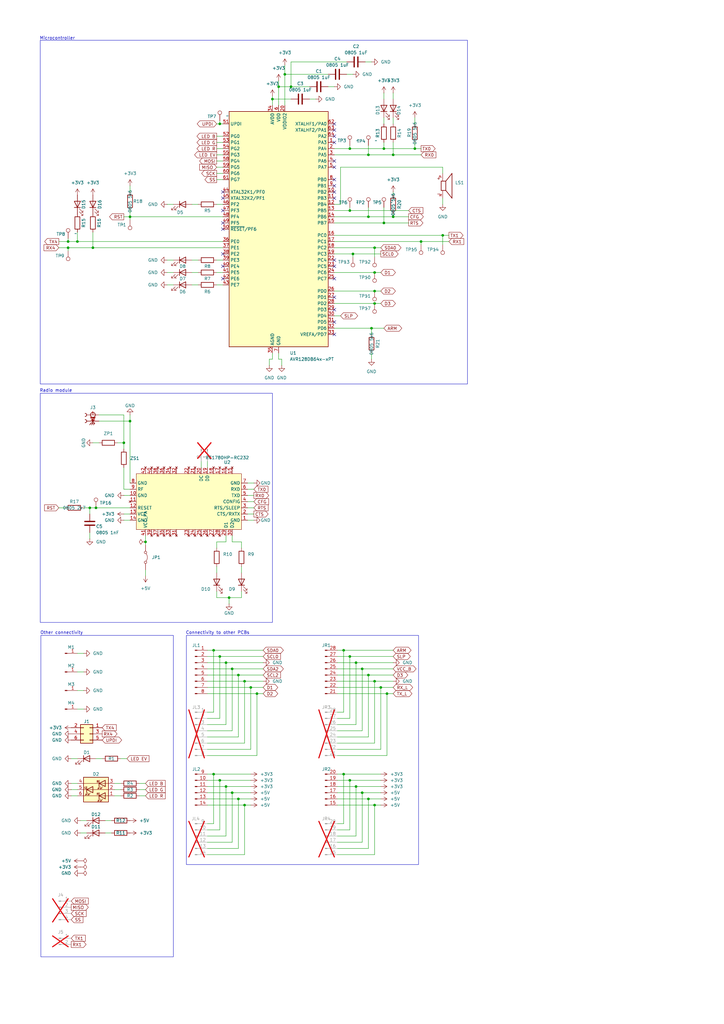
<source format=kicad_sch>
(kicad_sch (version 20250114) (generator "eeschema") (generator_version "9.0")
  (paper "A3" portrait)
  (title_block (title "Onboard Telemetry") (date "2025-09-01") (rev "v0.0.1") (company "Spaceflight Rocketry Giessen e.V."))
  (rectangle (start 16.51 16.51) (end 191.77 157.48))
  (rectangle (start 76.454 260.604) (end 171.704 354.584))
  (rectangle (start 16.51 161.29) (end 111.76 255.27))
  (rectangle (start 16.764 260.604) (end 71.12 392.43))
  (text "Microcontroller" (at 16.256 16.51 0) (effects (font (size 1.27 1.27)) (justify left bottom)))
  (text "Other connectivity" (at 16.51 260.35 0) (effects (font (size 1.27 1.27)) (justify left bottom)))
  (text "Radio module" (at 16.256 161.036 0) (effects (font (size 1.27 1.27)) (justify left bottom)))
  (text "Connectivity to other PCBs" (at 76.2 260.35 0) (effects (font (size 1.27 1.27)) (justify left bottom)))
  (junction (at 151.13 88.9))
  (junction (at 158.75 284.48))
  (junction (at 90.17 320.04))
  (junction (at 97.79 327.66))
  (junction (at 153.67 124.46))
  (junction (at 157.48 91.44))
  (junction (at 87.63 317.5))
  (junction (at 97.79 276.86))
  (junction (at 153.67 119.38))
  (junction (at 36.83 208.28))
  (junction (at 148.59 274.32))
  (junction (at 151.13 63.5))
  (junction (at 140.97 266.7))
  (junction (at 119.38 35.56))
  (junction (at 161.29 88.9))
  (junction (at 146.05 322.58))
  (junction (at 90.17 50.8))
  (junction (at 153.67 279.4))
  (junction (at 95.25 274.32))
  (junction (at 153.67 101.6))
  (junction (at 143.51 320.04))
  (junction (at 59.69 222.25))
  (junction (at 50.8 181.61))
  (junction (at 27.94 101.6))
  (junction (at 116.84 30.48))
  (junction (at 31.75 99.06))
  (junction (at 90.17 269.24))
  (junction (at 161.29 63.5))
  (junction (at 87.63 266.7))
  (junction (at 151.13 276.86))
  (junction (at 157.48 60.96))
  (junction (at 92.71 322.58))
  (junction (at 144.78 104.14))
  (junction (at 151.13 327.66))
  (junction (at 100.33 330.2))
  (junction (at 170.18 60.96))
  (junction (at 38.1 101.6))
  (junction (at 114.3 35.56))
  (junction (at 143.51 86.36))
  (junction (at 156.21 281.94))
  (junction (at 153.67 330.2))
  (junction (at 102.87 281.94))
  (junction (at 152.4 134.62))
  (junction (at 53.34 88.9))
  (junction (at 172.72 99.06))
  (junction (at 100.33 279.4))
  (junction (at 148.59 325.12))
  (junction (at 181.61 96.52))
  (junction (at 27.94 99.06))
  (junction (at 95.25 325.12))
  (junction (at 92.71 271.78))
  (junction (at 93.98 245.11))
  (junction (at 146.05 271.78))
  (junction (at 111.76 40.64))
  (junction (at 53.34 172.72))
  (junction (at 140.97 317.5))
  (junction (at 143.51 60.96))
  (junction (at 143.51 269.24))
  (junction (at 153.67 111.76))
  (junction (at 39.37 208.28))
  (junction (at 105.41 284.48))
  (no_connect (at 91.44 78.74))
  (no_connect (at 137.16 53.34))
  (no_connect (at 137.16 58.42))
  (no_connect (at 137.16 76.2))
  (no_connect (at 137.16 50.8))
  (no_connect (at 91.44 86.36))
  (no_connect (at 137.16 68.58))
  (no_connect (at 91.44 93.98))
  (no_connect (at 137.16 78.74))
  (no_connect (at 137.16 81.28))
  (no_connect (at 91.44 109.22))
  (no_connect (at 137.16 73.66))
  (no_connect (at 137.16 121.92))
  (no_connect (at 137.16 137.16))
  (no_connect (at 137.16 55.88))
  (no_connect (at 137.16 106.68))
  (no_connect (at 91.44 81.28))
  (no_connect (at 137.16 66.04))
  (no_connect (at 137.16 127))
  (no_connect (at 91.44 91.44))
  (no_connect (at 91.44 114.3))
  (no_connect (at 137.16 132.08))
  (no_connect (at 137.16 109.22))
  (no_connect (at 137.16 114.3))
  (no_connect (at 91.44 104.14))
  (wire (pts (xy 138.43 307.34) (xy 156.21 307.34)))
  (wire (pts (xy 90.17 50.8) (xy 91.44 50.8)))
  (wire (pts (xy 85.09 307.34) (xy 102.87 307.34)))
  (wire (pts (xy 53.34 203.2) (xy 50.8 203.2)))
  (wire (pts (xy 93.98 245.11) (xy 88.9 245.11)))
  (wire (pts (xy 85.09 294.64) (xy 90.17 294.64)))
  (wire (pts (xy 138.43 304.8) (xy 153.67 304.8)))
  (wire (pts (xy 27.94 101.6) (xy 38.1 101.6)))
  (wire (pts (xy 161.29 63.5) (xy 172.72 63.5)))
  (wire (pts (xy 68.58 116.84) (xy 71.12 116.84)))
  (wire (pts (xy 157.48 48.26) (xy 157.48 50.8)))
  (wire (pts (xy 27.94 102.87) (xy 27.94 101.6)))
  (wire (pts (xy 116.84 30.48) (xy 134.62 30.48)))
  (wire (pts (xy 104.14 213.36) (xy 101.6 213.36)))
  (wire (pts (xy 87.63 266.7) (xy 87.63 292.1)))
  (wire (pts (xy 144.78 30.48) (xy 142.24 30.48)))
  (wire (pts (xy 59.69 236.22) (xy 59.69 233.68)))
  (wire (pts (xy 172.72 100.33) (xy 172.72 99.06)))
  (wire (pts (xy 152.4 134.62) (xy 157.48 134.62)))
  (wire (pts (xy 137.16 35.56) (xy 134.62 35.56)))
  (wire (pts (xy 137.16 101.6) (xy 153.67 101.6)))
  (wire (pts (xy 100.33 330.2) (xy 85.09 330.2)))
  (wire (pts (xy 50.8 88.9) (xy 53.34 88.9)))
  (wire (pts (xy 53.34 76.2) (xy 53.34 78.74)))
  (wire (pts (xy 39.37 311.15) (xy 41.91 311.15)))
  (wire (pts (xy 143.51 294.64) (xy 143.51 269.24)))
  (wire (pts (xy 161.29 271.78) (xy 146.05 271.78)))
  (wire (pts (xy 85.09 309.88) (xy 105.41 309.88)))
  (wire (pts (xy 97.79 276.86) (xy 85.09 276.86)))
  (wire (pts (xy 140.97 317.5) (xy 138.43 317.5)))
  (wire (pts (xy 156.21 325.12) (xy 148.59 325.12)))
  (wire (pts (xy 151.13 88.9) (xy 151.13 85.09)))
  (wire (pts (xy 85.09 337.82) (xy 87.63 337.82)))
  (wire (pts (xy 100.33 304.8) (xy 100.33 279.4)))
  (wire (pts (xy 31.75 99.06) (xy 91.44 99.06)))
  (wire (pts (xy 137.16 88.9) (xy 151.13 88.9)))
  (wire (pts (xy 88.9 116.84) (xy 91.44 116.84)))
  (wire (pts (xy 53.34 210.82) (xy 50.8 210.82)))
  (wire (pts (xy 53.34 86.36) (xy 53.34 88.9)))
  (wire (pts (xy 143.51 340.36) (xy 143.51 320.04)))
  (wire (pts (xy 110.49 147.32) (xy 111.76 147.32)))
  (wire (pts (xy 88.9 68.58) (xy 91.44 68.58)))
  (wire (pts (xy 107.95 274.32) (xy 95.25 274.32)))
  (wire (pts (xy 114.3 35.56) (xy 114.3 43.18)))
  (wire (pts (xy 161.29 276.86) (xy 151.13 276.86)))
  (wire (pts (xy 156.21 281.94) (xy 138.43 281.94)))
  (wire (pts (xy 146.05 322.58) (xy 138.43 322.58)))
  (wire (pts (xy 85.09 302.26) (xy 97.79 302.26)))
  (wire (pts (xy 161.29 279.4) (xy 153.67 279.4)))
  (wire (pts (xy 157.48 91.44) (xy 167.64 91.44)))
  (wire (pts (xy 101.6 203.2) (xy 104.14 203.2)))
  (wire (pts (xy 95.25 299.72) (xy 95.25 274.32)))
  (wire (pts (xy 40.64 172.72) (xy 53.34 172.72)))
  (wire (pts (xy 146.05 297.18) (xy 146.05 271.78)))
  (wire (pts (xy 156.21 322.58) (xy 146.05 322.58)))
  (wire (pts (xy 137.16 96.52) (xy 181.61 96.52)))
  (wire (pts (xy 90.17 294.64) (xy 90.17 269.24)))
  (wire (pts (xy 138.43 342.9) (xy 146.05 342.9)))
  (wire (pts (xy 78.74 83.82) (xy 81.28 83.82)))
  (wire (pts (xy 107.95 279.4) (xy 100.33 279.4)))
  (wire (pts (xy 161.29 48.26) (xy 161.29 50.8)))
  (wire (pts (xy 88.9 63.5) (xy 91.44 63.5)))
  (wire (pts (xy 151.13 88.9) (xy 161.29 88.9)))
  (wire (pts (xy 99.06 222.25) (xy 95.25 222.25)))
  (wire (pts (xy 143.51 320.04) (xy 138.43 320.04)))
  (wire (pts (xy 137.16 83.82) (xy 139.7 83.82)))
  (wire (pts (xy 144.78 105.41) (xy 144.78 104.14)))
  (wire (pts (xy 57.15 321.31) (xy 59.69 321.31)))
  (wire (pts (xy 49.53 311.15) (xy 52.07 311.15)))
  (wire (pts (xy 111.76 40.64) (xy 111.76 43.18)))
  (wire (pts (xy 85.09 342.9) (xy 92.71 342.9)))
  (wire (pts (xy 95.25 345.44) (xy 95.25 325.12)))
  (wire (pts (xy 29.21 326.39) (xy 31.75 326.39)))
  (wire (pts (xy 107.95 276.86) (xy 97.79 276.86)))
  (wire (pts (xy 161.29 38.1) (xy 161.29 40.64)))
  (wire (pts (xy 158.75 309.88) (xy 158.75 284.48)))
  (wire (pts (xy 138.43 345.44) (xy 148.59 345.44)))
  (wire (pts (xy 46.99 321.31) (xy 49.53 321.31)))
  (wire (pts (xy 129.54 40.64) (xy 127 40.64)))
  (wire (pts (xy 102.87 322.58) (xy 92.71 322.58)))
  (wire (pts (xy 90.17 340.36) (xy 90.17 320.04)))
  (wire (pts (xy 82.55 191.77) (xy 82.55 189.23)))
  (wire (pts (xy 105.41 309.88) (xy 105.41 284.48)))
  (wire (pts (xy 85.09 347.98) (xy 97.79 347.98)))
  (wire (pts (xy 140.97 266.7) (xy 140.97 292.1)))
  (wire (pts (xy 161.29 281.94) (xy 156.21 281.94)))
  (wire (pts (xy 143.51 60.96) (xy 157.48 60.96)))
  (wire (pts (xy 90.17 320.04) (xy 85.09 320.04)))
  (wire (pts (xy 57.15 323.85) (xy 59.69 323.85)))
  (wire (pts (xy 36.83 218.44) (xy 36.83 220.98)))
  (wire (pts (xy 68.58 83.82) (xy 71.12 83.82)))
  (wire (pts (xy 78.74 111.76) (xy 81.28 111.76)))
  (wire (pts (xy 148.59 345.44) (xy 148.59 325.12)))
  (wire (pts (xy 50.8 191.77) (xy 50.8 200.66)))
  (wire (pts (xy 97.79 347.98) (xy 97.79 327.66)))
  (wire (pts (xy 102.87 307.34) (xy 102.87 281.94)))
  (wire (pts (xy 97.79 327.66) (xy 85.09 327.66)))
  (wire (pts (xy 161.29 87.63) (xy 161.29 88.9)))
  (wire (pts (xy 151.13 327.66) (xy 138.43 327.66)))
  (wire (pts (xy 137.16 129.54) (xy 139.7 129.54)))
  (wire (pts (xy 181.61 96.52) (xy 184.15 96.52)))
  (wire (pts (xy 151.13 63.5) (xy 161.29 63.5)))
  (wire (pts (xy 144.78 104.14) (xy 156.21 104.14)))
  (wire (pts (xy 29.21 311.15) (xy 31.75 311.15)))
  (wire (pts (xy 78.74 116.84) (xy 81.28 116.84)))
  (wire (pts (xy 170.18 58.42) (xy 170.18 60.96)))
  (wire (pts (xy 102.87 327.66) (xy 97.79 327.66)))
  (wire (pts (xy 90.17 49.53) (xy 90.17 50.8)))
  (wire (pts (xy 137.16 134.62) (xy 152.4 134.62)))
  (wire (pts (xy 104.14 198.12) (xy 101.6 198.12)))
  (wire (pts (xy 138.43 309.88) (xy 158.75 309.88)))
  (wire (pts (xy 137.16 111.76) (xy 153.67 111.76)))
  (wire (pts (xy 85.09 340.36) (xy 90.17 340.36)))
  (wire (pts (xy 88.9 111.76) (xy 91.44 111.76)))
  (wire (pts (xy 59.69 219.71) (xy 59.69 222.25)))
  (wire (pts (xy 107.95 271.78) (xy 92.71 271.78)))
  (wire (pts (xy 101.6 205.74) (xy 104.14 205.74)))
  (wire (pts (xy 110.49 149.86) (xy 110.49 147.32)))
  (wire (pts (xy 153.67 101.6) (xy 156.21 101.6)))
  (wire (pts (xy 137.16 86.36) (xy 143.51 86.36)))
  (wire (pts (xy 85.09 297.18) (xy 92.71 297.18)))
  (wire (pts (xy 161.29 266.7) (xy 140.97 266.7)))
  (wire (pts (xy 172.72 99.06) (xy 184.15 99.06)))
  (wire (pts (xy 88.9 60.96) (xy 91.44 60.96)))
  (wire (pts (xy 181.61 83.82) (xy 181.61 81.28)))
  (wire (pts (xy 100.33 350.52) (xy 100.33 330.2)))
  (wire (pts (xy 137.16 124.46) (xy 153.67 124.46)))
  (wire (pts (xy 88.9 66.04) (xy 91.44 66.04)))
  (wire (pts (xy 38.1 181.61) (xy 40.64 181.61)))
  (wire (pts (xy 139.7 68.58) (xy 181.61 68.58)))
  (wire (pts (xy 53.34 88.9) (xy 53.34 90.17)))
  (wire (pts (xy 24.13 99.06) (xy 27.94 99.06)))
  (wire (pts (xy 24.13 208.28) (xy 26.67 208.28)))
  (wire (pts (xy 148.59 274.32) (xy 138.43 274.32)))
  (wire (pts (xy 43.18 336.55) (xy 45.72 336.55)))
  (wire (pts (xy 101.6 210.82) (xy 104.14 210.82)))
  (wire (pts (xy 116.84 26.67) (xy 116.84 30.48)))
  (wire (pts (xy 27.94 99.06) (xy 31.75 99.06)))
  (wire (pts (xy 46.99 323.85) (xy 49.53 323.85)))
  (wire (pts (xy 138.43 347.98) (xy 151.13 347.98)))
  (wire (pts (xy 153.67 330.2) (xy 138.43 330.2)))
  (wire (pts (xy 161.29 88.9) (xy 167.64 88.9)))
  (wire (pts (xy 156.21 330.2) (xy 153.67 330.2)))
  (wire (pts (xy 88.9 71.12) (xy 91.44 71.12)))
  (wire (pts (xy 99.06 234.95) (xy 99.06 232.41)))
  (wire (pts (xy 36.83 208.28) (xy 39.37 208.28)))
  (wire (pts (xy 97.79 302.26) (xy 97.79 276.86)))
  (wire (pts (xy 137.16 119.38) (xy 153.67 119.38)))
  (wire (pts (xy 151.13 276.86) (xy 138.43 276.86)))
  (wire (pts (xy 153.67 119.38) (xy 156.21 119.38)))
  (wire (pts (xy 102.87 281.94) (xy 85.09 281.94)))
  (wire (pts (xy 151.13 59.69) (xy 151.13 63.5)))
  (wire (pts (xy 107.95 281.94) (xy 102.87 281.94)))
  (wire (pts (xy 181.61 68.58) (xy 181.61 71.12)))
  (wire (pts (xy 31.75 290.83) (xy 34.29 290.83)))
  (wire (pts (xy 161.29 58.42) (xy 161.29 63.5)))
  (wire (pts (xy 95.25 222.25) (xy 95.25 219.71)))
  (wire (pts (xy 105.41 284.48) (xy 85.09 284.48)))
  (wire (pts (xy 68.58 106.68) (xy 71.12 106.68)))
  (wire (pts (xy 143.51 59.69) (xy 143.51 60.96)))
  (wire (pts (xy 157.48 38.1) (xy 157.48 40.64)))
  (wire (pts (xy 53.34 200.66) (xy 50.8 200.66)))
  (wire (pts (xy 107.95 269.24) (xy 90.17 269.24)))
  (wire (pts (xy 33.02 341.63) (xy 35.56 341.63)))
  (wire (pts (xy 85.09 299.72) (xy 95.25 299.72)))
  (wire (pts (xy 148.59 325.12) (xy 138.43 325.12)))
  (wire (pts (xy 137.16 104.14) (xy 144.78 104.14)))
  (wire (pts (xy 157.48 58.42) (xy 157.48 60.96)))
  (wire (pts (xy 140.97 266.7) (xy 138.43 266.7)))
  (wire (pts (xy 137.16 91.44) (xy 157.48 91.44)))
  (wire (pts (xy 57.15 326.39) (xy 59.69 326.39)))
  (wire (pts (xy 43.18 341.63) (xy 45.72 341.63)))
  (wire (pts (xy 95.25 325.12) (xy 85.09 325.12)))
  (wire (pts (xy 152.4 134.62) (xy 152.4 137.16)))
  (wire (pts (xy 31.75 267.97) (xy 34.29 267.97)))
  (wire (pts (xy 161.29 269.24) (xy 143.51 269.24)))
  (wire (pts (xy 85.09 345.44) (xy 95.25 345.44)))
  (wire (pts (xy 153.67 304.8) (xy 153.67 279.4)))
  (wire (pts (xy 157.48 60.96) (xy 170.18 60.96)))
  (wire (pts (xy 88.9 106.68) (xy 91.44 106.68)))
  (wire (pts (xy 115.57 147.32) (xy 114.3 147.32)))
  (wire (pts (xy 146.05 342.9) (xy 146.05 322.58)))
  (wire (pts (xy 53.34 172.72) (xy 53.34 198.12)))
  (wire (pts (xy 107.95 266.7) (xy 87.63 266.7)))
  (wire (pts (xy 157.48 91.44) (xy 157.48 85.09)))
  (wire (pts (xy 99.06 224.79) (xy 99.06 222.25)))
  (wire (pts (xy 156.21 320.04) (xy 143.51 320.04)))
  (wire (pts (xy 38.1 95.25) (xy 38.1 101.6)))
  (wire (pts (xy 88.9 58.42) (xy 91.44 58.42)))
  (wire (pts (xy 99.06 245.11) (xy 93.98 245.11)))
  (wire (pts (xy 88.9 242.57) (xy 88.9 245.11)))
  (wire (pts (xy 102.87 330.2) (xy 100.33 330.2)))
  (wire (pts (xy 53.34 213.36) (xy 50.8 213.36)))
  (wire (pts (xy 92.71 342.9) (xy 92.71 322.58)))
  (wire (pts (xy 138.43 302.26) (xy 151.13 302.26)))
  (wire (pts (xy 119.38 40.64) (xy 111.76 40.64)))
  (wire (pts (xy 85.09 350.52) (xy 100.33 350.52)))
  (wire (pts (xy 138.43 350.52) (xy 153.67 350.52)))
  (wire (pts (xy 170.18 60.96) (xy 172.72 60.96)))
  (wire (pts (xy 102.87 325.12) (xy 95.25 325.12)))
  (wire (pts (xy 53.34 88.9) (xy 91.44 88.9)))
  (wire (pts (xy 99.06 242.57) (xy 99.06 245.11)))
  (wire (pts (xy 33.02 336.55) (xy 35.56 336.55)))
  (wire (pts (xy 88.9 55.88) (xy 91.44 55.88)))
  (wire (pts (xy 158.75 284.48) (xy 138.43 284.48)))
  (wire (pts (xy 152.4 25.4) (xy 149.86 25.4)))
  (wire (pts (xy 153.67 124.46) (xy 156.21 124.46)))
  (wire (pts (xy 151.13 302.26) (xy 151.13 276.86)))
  (wire (pts (xy 88.9 224.79) (xy 88.9 222.25)))
  (wire (pts (xy 138.43 297.18) (xy 146.05 297.18)))
  (wire (pts (xy 101.6 208.28) (xy 104.14 208.28)))
  (wire (pts (xy 142.24 25.4) (xy 119.38 25.4)))
  (wire (pts (xy 102.87 317.5) (xy 87.63 317.5)))
  (wire (pts (xy 88.9 83.82) (xy 91.44 83.82)))
  (wire (pts (xy 38.1 101.6) (xy 91.44 101.6)))
  (wire (pts (xy 115.57 149.86) (xy 115.57 147.32)))
  (wire (pts (xy 146.05 271.78) (xy 138.43 271.78)))
  (wire (pts (xy 40.64 170.18) (xy 50.8 170.18)))
  (wire (pts (xy 148.59 299.72) (xy 148.59 274.32)))
  (wire (pts (xy 139.7 83.82) (xy 139.7 68.58)))
  (wire (pts (xy 31.75 283.21) (xy 34.29 283.21)))
  (wire (pts (xy 85.09 304.8) (xy 100.33 304.8)))
  (wire (pts (xy 46.99 326.39) (xy 49.53 326.39)))
  (wire (pts (xy 50.8 181.61) (xy 50.8 184.15)))
  (wire (pts (xy 111.76 39.37) (xy 111.76 40.64)))
  (wire (pts (xy 143.51 86.36) (xy 143.51 85.09)))
  (wire (pts (xy 39.37 208.28) (xy 53.34 208.28)))
  (wire (pts (xy 29.21 323.85) (xy 31.75 323.85)))
  (wire (pts (xy 153.67 279.4) (xy 138.43 279.4)))
  (wire (pts (xy 31.75 275.59) (xy 34.29 275.59)))
  (wire (pts (xy 102.87 320.04) (xy 90.17 320.04)))
  (wire (pts (xy 85.09 191.77) (xy 85.09 189.23)))
  (wire (pts (xy 93.98 247.65) (xy 93.98 245.11)))
  (wire (pts (xy 92.71 297.18) (xy 92.71 271.78)))
  (wire (pts (xy 101.6 200.66) (xy 104.14 200.66)))
  (wire (pts (xy 114.3 147.32) (xy 114.3 144.78)))
  (wire (pts (xy 138.43 337.82) (xy 140.97 337.82)))
  (wire (pts (xy 137.16 99.06) (xy 172.72 99.06)))
  (wire (pts (xy 31.75 95.25) (xy 31.75 99.06)))
  (wire (pts (xy 116.84 30.48) (xy 116.84 43.18)))
  (wire (pts (xy 114.3 35.56) (xy 119.38 35.56)))
  (wire (pts (xy 170.18 48.26) (xy 170.18 50.8)))
  (wire (pts (xy 138.43 294.64) (xy 143.51 294.64)))
  (wire (pts (xy 111.76 147.32) (xy 111.76 144.78)))
  (wire (pts (xy 90.17 269.24) (xy 85.09 269.24)))
  (wire (pts (xy 143.51 269.24) (xy 138.43 269.24)))
  (wire (pts (xy 151.13 347.98) (xy 151.13 327.66)))
  (wire (pts (xy 181.61 100.33) (xy 181.61 96.52)))
  (wire (pts (xy 119.38 25.4) (xy 119.38 35.56)))
  (wire (pts (xy 161.29 80.01) (xy 161.29 78.74)))
  (wire (pts (xy 114.3 33.02) (xy 114.3 35.56)))
  (wire (pts (xy 95.25 274.32) (xy 85.09 274.32)))
  (wire (pts (xy 153.67 111.76) (xy 156.21 111.76)))
  (wire (pts (xy 24.13 101.6) (xy 27.94 101.6)))
  (wire (pts (xy 100.33 279.4) (xy 85.09 279.4)))
  (wire (pts (xy 88.9 234.95) (xy 88.9 232.41)))
  (wire (pts (xy 161.29 274.32) (xy 148.59 274.32)))
  (wire (pts (xy 161.29 284.48) (xy 158.75 284.48)))
  (wire (pts (xy 68.58 111.76) (xy 71.12 111.76)))
  (wire (pts (xy 29.21 321.31) (xy 31.75 321.31)))
  (wire (pts (xy 27.94 97.79) (xy 27.94 99.06)))
  (wire (pts (xy 153.67 105.41) (xy 153.67 101.6)))
  (wire (pts (xy 138.43 340.36) (xy 143.51 340.36)))
  (wire (pts (xy 88.9 50.8) (xy 90.17 50.8)))
  (wire (pts (xy 87.63 317.5) (xy 85.09 317.5)))
  (wire (pts (xy 143.51 86.36) (xy 167.64 86.36)))
  (wire (pts (xy 138.43 292.1) (xy 140.97 292.1)))
  (wire (pts (xy 156.21 327.66) (xy 151.13 327.66)))
  (wire (pts (xy 137.16 63.5) (xy 151.13 63.5)))
  (wire (pts (xy 119.38 35.56) (xy 127 35.56)))
  (wire (pts (xy 107.95 284.48) (xy 105.41 284.48)))
  (wire (pts (xy 140.97 337.82) (xy 140.97 317.5)))
  (wire (pts (xy 78.74 106.68) (xy 81.28 106.68)))
  (wire (pts (xy 85.09 292.1) (xy 87.63 292.1)))
  (wire (pts (xy 92.71 222.25) (xy 88.9 222.25)))
  (wire (pts (xy 153.67 350.52) (xy 153.67 330.2)))
  (wire (pts (xy 87.63 266.7) (xy 85.09 266.7)))
  (wire (pts (xy 152.4 144.78) (xy 152.4 147.32)))
  (wire (pts (xy 48.26 181.61) (xy 50.8 181.61)))
  (wire (pts (xy 137.16 60.96) (xy 143.51 60.96)))
  (wire (pts (xy 50.8 170.18) (xy 50.8 181.61)))
  (wire (pts (xy 92.71 322.58) (xy 85.09 322.58)))
  (wire (pts (xy 156.21 317.5) (xy 140.97 317.5)))
  (wire (pts (xy 88.9 73.66) (xy 91.44 73.66)))
  (wire (pts (xy 138.43 299.72) (xy 148.59 299.72)))
  (wire (pts (xy 156.21 307.34) (xy 156.21 281.94)))
  (wire (pts (xy 36.83 210.82) (xy 36.83 208.28)))
  (wire (pts (xy 59.69 222.25) (xy 59.69 223.52)))
  (wire (pts (xy 87.63 317.5) (xy 87.63 337.82)))
  (wire (pts (xy 34.29 208.28) (xy 36.83 208.28)))
  (wire (pts (xy 92.71 271.78) (xy 85.09 271.78)))
  (wire (pts (xy 53.34 170.18) (xy 53.34 172.72)))
  (wire (pts (xy 92.71 219.71) (xy 92.71 222.25)))
  (global_label "RX0" (shape input) (at 172.72 63.5 0) (property "Intersheetrefs" "${INTERSHEET_REFS}" (effects (hide yes))))
  (global_label "MISO" (shape output) (at 29.21 372.11 0) (property "Intersheetrefs" "${INTERSHEET_REFS}" (effects (hide yes))))
  (global_label "UPDI" (shape bidirectional) (at 88.9 50.8 180) (property "Intersheetrefs" "${INTERSHEET_REFS}" (effects (hide yes))))
  (global_label "RX_L" (shape bidirectional) (at 161.29 281.94 0) (property "Intersheetrefs" "${INTERSHEET_REFS}" (effects (hide yes))))
  (global_label "MOSI" (shape input) (at 29.21 369.57 0) (property "Intersheetrefs" "${INTERSHEET_REFS}" (effects (hide yes))))
  (global_label "LED EV" (shape output) (at 88.9 63.5 180) (property "Intersheetrefs" "${INTERSHEET_REFS}" (effects (hide yes))))
  (global_label "LED G" (shape input) (at 59.69 323.85 0) (property "Intersheetrefs" "${INTERSHEET_REFS}" (effects (hide yes))))
  (global_label "RST" (shape output) (at 50.8 88.9 180) (property "Intersheetrefs" "${INTERSHEET_REFS}" (effects (hide yes))))
  (global_label "LED EV" (shape input) (at 52.07 311.15 0) (property "Intersheetrefs" "${INTERSHEET_REFS}" (effects (hide yes))))
  (global_label "RX4" (shape output) (at 41.91 300.99 0) (property "Intersheetrefs" "${INTERSHEET_REFS}" (effects (hide yes))))
  (global_label "SDA2" (shape bidirectional) (at 107.95 274.32 0) (property "Intersheetrefs" "${INTERSHEET_REFS}" (effects (hide yes))))
  (global_label "LED G" (shape output) (at 88.9 58.42 180) (property "Intersheetrefs" "${INTERSHEET_REFS}" (effects (hide yes))))
  (global_label "RX0" (shape output) (at 104.14 203.2 0) (property "Intersheetrefs" "${INTERSHEET_REFS}" (effects (hide yes))))
  (global_label "TX0" (shape output) (at 172.72 60.96 0) (property "Intersheetrefs" "${INTERSHEET_REFS}" (effects (hide yes))))
  (global_label "SCL0" (shape input) (at 107.95 269.24 0) (property "Intersheetrefs" "${INTERSHEET_REFS}" (effects (hide yes))))
  (global_label "D1" (shape bidirectional) (at 107.95 281.94 0) (property "Intersheetrefs" "${INTERSHEET_REFS}" (effects (hide yes))))
  (global_label "SCL0" (shape output) (at 156.21 104.14 0) (property "Intersheetrefs" "${INTERSHEET_REFS}" (effects (hide yes))))
  (global_label "D3" (shape bidirectional) (at 161.29 276.86 0) (property "Intersheetrefs" "${INTERSHEET_REFS}" (effects (hide yes))))
  (global_label "CFG" (shape output) (at 167.64 88.9 0) (property "Intersheetrefs" "${INTERSHEET_REFS}" (effects (hide yes))))
  (global_label "MISO" (shape input) (at 88.9 68.58 180) (property "Intersheetrefs" "${INTERSHEET_REFS}" (effects (hide yes))))
  (global_label "RTS" (shape output) (at 167.64 91.44 0) (property "Intersheetrefs" "${INTERSHEET_REFS}" (effects (hide yes))))
  (global_label "SDA0" (shape bidirectional) (at 107.95 266.7 0) (property "Intersheetrefs" "${INTERSHEET_REFS}" (effects (hide yes))))
  (global_label "TX4" (shape output) (at 24.13 99.06 180) (property "Intersheetrefs" "${INTERSHEET_REFS}" (effects (hide yes))))
  (global_label "TX1" (shape output) (at 184.15 96.52 0) (property "Intersheetrefs" "${INTERSHEET_REFS}" (effects (hide yes))))
  (global_label "RST" (shape input) (at 24.13 208.28 180) (property "Intersheetrefs" "${INTERSHEET_REFS}" (effects (hide yes))))
  (global_label "RX1" (shape input) (at 184.15 99.06 0) (property "Intersheetrefs" "${INTERSHEET_REFS}" (effects (hide yes))))
  (global_label "SLP" (shape bidirectional) (at 161.29 269.24 0) (property "Intersheetrefs" "${INTERSHEET_REFS}" (effects (hide yes))))
  (global_label "ARM" (shape bidirectional) (at 161.29 266.7 0) (property "Intersheetrefs" "${INTERSHEET_REFS}" (effects (hide yes))))
  (global_label "SCL2" (shape input) (at 107.95 276.86 0) (property "Intersheetrefs" "${INTERSHEET_REFS}" (effects (hide yes))))
  (global_label "SDA0" (shape bidirectional) (at 156.21 101.6 0) (property "Intersheetrefs" "${INTERSHEET_REFS}" (effects (hide yes))))
  (global_label "CFG" (shape input) (at 104.14 205.74 0) (property "Intersheetrefs" "${INTERSHEET_REFS}" (effects (hide yes))))
  (global_label "SS" (shape input) (at 29.21 377.19 0) (property "Intersheetrefs" "${INTERSHEET_REFS}" (effects (hide yes))))
  (global_label "D1" (shape bidirectional) (at 156.21 111.76 0) (property "Intersheetrefs" "${INTERSHEET_REFS}" (effects (hide yes))))
  (global_label "TX0" (shape input) (at 104.14 200.66 0) (property "Intersheetrefs" "${INTERSHEET_REFS}" (effects (hide yes))))
  (global_label "ARM" (shape bidirectional) (at 157.48 134.62 0) (property "Intersheetrefs" "${INTERSHEET_REFS}" (effects (hide yes))))
  (global_label "VCC_B" (shape bidirectional) (at 161.29 274.32 0) (property "Intersheetrefs" "${INTERSHEET_REFS}" (effects (hide yes))))
  (global_label "RX1" (shape output) (at 29.21 387.35 0) (property "Intersheetrefs" "${INTERSHEET_REFS}" (effects (hide yes))))
  (global_label "D3" (shape bidirectional) (at 156.21 124.46 0) (property "Intersheetrefs" "${INTERSHEET_REFS}" (effects (hide yes))))
  (global_label "D2" (shape bidirectional) (at 107.95 284.48 0) (property "Intersheetrefs" "${INTERSHEET_REFS}" (effects (hide yes))))
  (global_label "SLP" (shape bidirectional) (at 139.7 129.54 0) (property "Intersheetrefs" "${INTERSHEET_REFS}" (effects (hide yes))))
  (global_label "SCK" (shape output) (at 88.9 71.12 180) (property "Intersheetrefs" "${INTERSHEET_REFS}" (effects (hide yes))))
  (global_label "CTS" (shape output) (at 104.14 210.82 0) (property "Intersheetrefs" "${INTERSHEET_REFS}" (effects (hide yes))))
  (global_label "LED R" (shape input) (at 59.69 326.39 0) (property "Intersheetrefs" "${INTERSHEET_REFS}" (effects (hide yes))))
  (global_label "TX1" (shape input) (at 29.21 384.81 0) (property "Intersheetrefs" "${INTERSHEET_REFS}" (effects (hide yes))))
  (global_label "LED R" (shape output) (at 88.9 60.96 180) (property "Intersheetrefs" "${INTERSHEET_REFS}" (effects (hide yes))))
  (global_label "RX4" (shape input) (at 24.13 101.6 180) (property "Intersheetrefs" "${INTERSHEET_REFS}" (effects (hide yes))))
  (global_label "MOSI" (shape output) (at 88.9 66.04 180) (property "Intersheetrefs" "${INTERSHEET_REFS}" (effects (hide yes))))
  (global_label "LED B" (shape output) (at 88.9 55.88 180) (property "Intersheetrefs" "${INTERSHEET_REFS}" (effects (hide yes))))
  (global_label "SCK" (shape input) (at 29.21 374.65 0) (property "Intersheetrefs" "${INTERSHEET_REFS}" (effects (hide yes))))
  (global_label "TX4" (shape input) (at 41.91 298.45 0) (property "Intersheetrefs" "${INTERSHEET_REFS}" (effects (hide yes))))
  (global_label "CTS" (shape input) (at 167.64 86.36 0) (property "Intersheetrefs" "${INTERSHEET_REFS}" (effects (hide yes))))
  (global_label "D2" (shape bidirectional) (at 156.21 119.38 0) (property "Intersheetrefs" "${INTERSHEET_REFS}" (effects (hide yes))))
  (global_label "SS" (shape output) (at 88.9 73.66 180) (property "Intersheetrefs" "${INTERSHEET_REFS}" (effects (hide yes))))
  (global_label "UPDI" (shape bidirectional) (at 41.91 303.53 0) (property "Intersheetrefs" "${INTERSHEET_REFS}" (effects (hide yes))))
  (global_label "LED B" (shape input) (at 59.69 321.31 0) (property "Intersheetrefs" "${INTERSHEET_REFS}" (effects (hide yes))))
  (global_label "RTS" (shape input) (at 104.14 208.28 0) (property "Intersheetrefs" "${INTERSHEET_REFS}" (effects (hide yes))))
  (global_label "TX_L" (shape bidirectional) (at 161.29 284.48 0) (property "Intersheetrefs" "${INTERSHEET_REFS}" (effects (hide yes))))
  (symbol (lib_name "GND_2") (lib_id "power:GND") (at 137.16 35.56 90) (unit 1)
    (property "Reference" "#PWR044" (effects (hide yes)))
    (property "Value" "GND" (at 140.97 35.5599 90) (effects (justify right)))
    (property "Description" "Power symbol creates a global label with name \"GND\" , ground" (effects (hide yes)))
  )
  (symbol (lib_name "GND_2") (lib_id "power:GND") (at 29.21 321.31 270) (unit 1)
    (property "Reference" "#PWR021" (effects (hide yes)))
    (property "Value" "GND" (at 25.4 321.3099 90) (effects (justify right)))
    (property "Description" "Power symbol creates a global label with name \"GND\" , ground" (effects (hide yes)))
  )
  (symbol (lib_name "+3V3_1") (lib_id "power:+3V3") (at 157.48 38.1 0) (unit 1)
    (property "Reference" "#PWR07" (effects (hide yes)))
    (property "Value" "+3V3" (at 157.48 33.02 0))
    (property "Description" "Power symbol creates a global label with name \"+3V3\"" (effects (hide yes)))
  )
  (symbol (lib_id "Device:LED") (at 38.1 83.82 90) (unit 1)
    (property "Reference" "D16" (at 40.894 83.82 0))
    (property "Value" "LED 0805 red" (effects (hide yes)))
    (property "Footprint" "LED_SMD:LED_0805_2012Metric_Pad1.15x1.40mm_HandSolder" (effects (hide yes)))
    (property "Digikey Link" "https://www.digikey.de/de/products/detail/liteon/LTST-C171KRKT/386801" (effects (hide yes)))
    (property "Purchase-URL" "https://www.digikey.de/de/products/detail/liteon/LTST-C171KRKT/386801" (effects (hide yes)))
  )
  (symbol (lib_id "Library:RGB_LED_Cree-CLS6B-FKW") (at 39.37 323.85 180) (unit 1)
    (property "Reference" "D2" (at 39.37 317.5 0))
    (property "Value" "CLS6B-FKW" (effects (hide yes)))
    (property "Footprint" "Footprints:RGB LED Cree-PLCC-6_6x5mm_P2.1mm" (effects (hide yes)))
    (property "Digikey Link" "https://www.digikey.de/de/products/detail/cree-led/CLP6C-FKB-CK1P1G1BB7R3R3/2341952" (effects (hide yes)))
    (property "Purchase-URL" "https://www.digikey.de/de/products/detail/cree-led/CLP6C-FKB-CK1P1G1BB7R3R3/2341952" (effects (hide yes)))
  )
  (symbol (lib_id "Device:R") (at 85.09 116.84 90) (unit 1)
    (property "Reference" "R6" (at 85.09 119.634 90))
    (property "Value" "0805 270R" (effects (hide yes)))
    (property "Footprint" "Resistor_SMD:R_0805_2012Metric_Pad1.20x1.40mm_HandSolder" (effects (hide yes)))
    (property "Digikey Link" "https://www.digikey.de/de/products/detail/yageo/RC0805JR-07270RL/728291" (effects (hide yes)))
    (property "Purchase-URL" "https://www.digikey.de/de/products/detail/yageo/RC0805JR-07270RL/728291" (effects (hide yes)))
  )
  (symbol (lib_name "+5V_1") (lib_id "power:+5V") (at 102.87 327.66 270) (unit 1)
    (property "Reference" "#PWR025" (effects (hide yes)))
    (property "Value" "+5V" (at 106.68 327.6599 90) (effects (justify left)))
    (property "Description" "Power symbol creates a global label with name \"+5V\"" (effects (hide yes)))
  )
  (symbol (lib_id "Connector:Conn_01x01_Pin") (at 26.67 267.97 0) (unit 1) (in_bom no)
    (property "Reference" "M1" (at 29.21 265.43 0))
    (property "Footprint" "Footprints:M4 Mounting Hole" (effects (hide yes)))
  )
  (symbol (lib_id "Device:LED") (at 88.9 238.76 90) (unit 1)
    (property "Reference" "D10" (at 86.36 241.6176 90) (effects (justify left)))
    (property "Value" "LED 0805 green" (effects (hide yes)))
    (property "Footprint" "LED_SMD:LED_0805_2012Metric_Pad1.15x1.40mm_HandSolder" (effects (hide yes)))
    (property "Description" "Light emitting diode" (effects (hide yes)))
    (property "Digikey Link" "https://www.digikey.de/de/products/detail/liteon/LTST-C171GKT/386793" (effects (hide yes)))
    (property "Purchase-URL" "https://www.digikey.de/de/products/detail/liteon/LTST-C171GKT/386793" (effects (hide yes)))
  )
  (symbol (lib_id "Connector:TestPoint") (at 153.67 105.41 180) (unit 1) (in_bom no)
    (property "Reference" "TP12" (at 152.146 107.442 0) (effects (justify left)))
    (property "Value" "~" (at 151.13 107.4421 0) (effects (justify left)))
    (property "Footprint" "Footprints:Test Point" (effects (hide yes)))
    (property "Description" "test point" (effects (hide yes)))
  )
  (symbol (lib_name "GND_2") (lib_id "power:GND") (at 34.29 290.83 90) (unit 1)
    (property "Reference" "#PWR018" (effects (hide yes)))
    (property "Value" "GND" (at 38.1 290.8299 90) (effects (justify right)))
    (property "Description" "Power symbol creates a global label with name \"GND\" , ground" (effects (hide yes)))
  )
  (symbol (lib_name "GND_2") (lib_id "power:GND") (at 29.21 326.39 270) (unit 1)
    (property "Reference" "#PWR023" (effects (hide yes)))
    (property "Value" "GND" (at 25.4 326.3899 90) (effects (justify right)))
    (property "Description" "Power symbol creates a global label with name \"GND\" , ground" (effects (hide yes)))
  )
  (symbol (lib_id "Device:R") (at 49.53 341.63 270) (unit 1)
    (property "Reference" "R11" (at 49.53 341.63 90))
    (property "Value" "0805 270R" (effects (hide yes)))
    (property "Footprint" "Resistor_SMD:R_0805_2012Metric_Pad1.20x1.40mm_HandSolder" (effects (hide yes)))
    (property "Digikey Link" "https://www.digikey.de/de/products/detail/yageo/RC0805JR-07270RL/728291" (effects (hide yes)))
    (property "Purchase-URL" "https://www.digikey.de/de/products/detail/yageo/RC0805JR-07270RL/728291" (effects (hide yes)))
  )
  (symbol (lib_id "Device:LED") (at 74.93 106.68 0) (unit 1)
    (property "Reference" "D8" (at 74.93 109.22 0))
    (property "Value" "LED 0805 orange" (effects (hide yes)))
    (property "Footprint" "LED_SMD:LED_0805_2012Metric_Pad1.15x1.40mm_HandSolder" (effects (hide yes)))
    (property "Digikey Link" "https://www.digikey.de/de/products/detail/liteon/LTST-C170KFKT/386775" (effects (hide yes)))
    (property "Purchase-URL" "https://www.digikey.de/de/products/detail/liteon/LTST-C170KFKT/386775" (effects (hide yes)))
  )
  (symbol (lib_id "Connector:Conn_01x06_Pin") (at 133.35 342.9 0) (unit 1) (in_bom no) (dnp yes)
    (property "Reference" "JR4" (at 133.858 335.788 0))
    (property "Footprint" "Connector_PinSocket_2.54mm:PinSocket_1x06_P2.54mm_Vertical" (effects (hide yes)))
    (property "Description" "Generic connector, single row, 01x06, script generated" (effects (hide yes)))
  )
  (symbol (lib_name "+3V3_1") (lib_id "power:+3V3") (at 156.21 320.04 270) (unit 1)
    (property "Reference" "#PWR030" (effects (hide yes)))
    (property "Value" "+3V3" (at 160.02 320.0399 90) (effects (justify left)))
    (property "Description" "Power symbol creates a global label with name \"+3V3\"" (effects (hide yes)))
  )
  (symbol (lib_name "+5V_1") (lib_id "power:+5V") (at 102.87 325.12 270) (unit 1)
    (property "Reference" "#PWR024" (effects (hide yes)))
    (property "Value" "+5V" (at 106.68 325.1199 90) (effects (justify left)))
    (property "Description" "Power symbol creates a global label with name \"+5V\"" (effects (hide yes)))
  )
  (symbol (lib_id "Device:LED") (at 74.93 83.82 0) (unit 1)
    (property "Reference" "D5" (at 73.914 87.122 0))
    (property "Value" "LED 0805 orange" (effects (hide yes)))
    (property "Footprint" "LED_SMD:LED_0805_2012Metric_Pad1.15x1.40mm_HandSolder" (effects (hide yes)))
    (property "Digikey Link" "https://www.digikey.de/de/products/detail/liteon/LTST-C170KFKT/386775" (effects (hide yes)))
    (property "Purchase-URL" "https://www.digikey.de/de/products/detail/liteon/LTST-C170KFKT/386775" (effects (hide yes)))
  )
  (symbol (lib_name "GND_2") (lib_id "power:GND") (at 110.49 149.86 0) (unit 1)
    (property "Reference" "#PWR09" (effects (hide yes)))
    (property "Value" "GND" (at 110.49 154.94 0))
    (property "Description" "Power symbol creates a global label with name \"GND\" , ground" (effects (hide yes)))
  )
  (symbol (lib_name "GND_2") (lib_id "power:GND") (at 34.29 275.59 90) (unit 1)
    (property "Reference" "#PWR016" (effects (hide yes)))
    (property "Value" "GND" (at 38.1 275.5899 90) (effects (justify right)))
    (property "Description" "Power symbol creates a global label with name \"GND\" , ground" (effects (hide yes)))
  )
  (symbol (lib_name "+3V3_1") (lib_id "power:+3V3") (at 156.21 317.5 270) (unit 1)
    (property "Reference" "#PWR031" (effects (hide yes)))
    (property "Value" "+3V3" (at 160.02 317.4999 90) (effects (justify left)))
    (property "Description" "Power symbol creates a global label with name \"+3V3\"" (effects (hide yes)))
  )
  (symbol (lib_id "power:PWR_FLAG") (at 33.02 353.06 270) (unit 1)
    (property "Reference" "#FLG04" (effects (hide yes)))
    (property "Value" "PWR_FLAG" (effects (hide yes)))
  )
  (symbol (lib_name "+3V3_1") (lib_id "power:+3V3") (at 31.75 80.01 0) (unit 1)
    (property "Reference" "#PWR02" (effects (hide yes)))
    (property "Value" "+3V3" (at 31.75 74.93 0))
    (property "Description" "Power symbol creates a global label with name \"+3V3\"" (effects (hide yes)))
  )
  (symbol (lib_name "+3V3_1") (lib_id "power:+3V3") (at 33.02 355.6 90) (unit 1)
    (property "Reference" "#PWR058" (effects (hide yes)))
    (property "Value" "+3V3" (at 29.21 355.5999 90) (effects (justify left)))
    (property "Description" "Power symbol creates a global label with name \"+3V3\"" (effects (hide yes)))
  )
  (symbol (lib_id "Device:LED") (at 74.93 111.76 0) (unit 1)
    (property "Reference" "D7" (at 74.93 114.3 0))
    (property "Value" "LED 0805 orange" (effects (hide yes)))
    (property "Footprint" "LED_SMD:LED_0805_2012Metric_Pad1.15x1.40mm_HandSolder" (effects (hide yes)))
    (property "Digikey Link" "https://www.digikey.de/de/products/detail/liteon/LTST-C170KFKT/386775" (effects (hide yes)))
    (property "Purchase-URL" "https://www.digikey.de/de/products/detail/liteon/LTST-C170KFKT/386775" (effects (hide yes)))
  )
  (symbol (lib_name "+5V_1") (lib_id "power:+5V") (at 102.87 330.2 270) (unit 1)
    (property "Reference" "#PWR032" (effects (hide yes)))
    (property "Value" "+5V" (at 106.68 330.1999 90) (effects (justify left)))
    (property "Description" "Power symbol creates a global label with name \"+5V\"" (effects (hide yes)))
  )
  (symbol (lib_name "+3V3_1") (lib_id "power:+3V3") (at 102.87 317.5 270) (unit 1)
    (property "Reference" "#PWR026" (effects (hide yes)))
    (property "Value" "+3V3" (at 106.68 317.4999 90) (effects (justify left)))
    (property "Description" "Power symbol creates a global label with name \"+3V3\"" (effects (hide yes)))
  )
  (symbol (lib_id "Device:R") (at 38.1 91.44 180) (unit 1)
    (property "Reference" "R16" (at 40.64 91.44 90))
    (property "Value" "0805 1k" (effects (hide yes)))
    (property "Footprint" "Resistor_SMD:R_0805_2012Metric_Pad1.20x1.40mm_HandSolder" (effects (hide yes)))
    (property "Digikey Link" "https://www.digikey.de/de/products/detail/yageo/RC0805JR-131KL/13694121" (effects (hide yes)))
    (property "Purchase-URL" "https://www.digikey.de/de/products/detail/yageo/RC0805JR-131KL/13694121" (effects (hide yes)))
  )
  (symbol (lib_name "GND_2") (lib_id "power:GND") (at 152.4 25.4 90) (unit 1)
    (property "Reference" "#PWR050" (effects (hide yes)))
    (property "Value" "GND" (at 156.21 25.3999 90) (effects (justify right)))
    (property "Description" "Power symbol creates a global label with name \"GND\" , ground" (effects (hide yes)))
  )
  (symbol (lib_name "Conn_01x08_Pin_1") (lib_id "Connector:Conn_01x08_Pin") (at 133.35 274.32 0) (unit 1)
    (property "Reference" "JR1" (at 133.858 264.668 0))
    (property "Value" "Stackable Header 01x08 2.54mm" (effects (hide yes)))
    (property "Footprint" "Connector_PinSocket_2.54mm:PinSocket_1x08_P2.54mm_Vertical" (effects (hide yes)))
    (property "Description" "Generic connector, single row, 01x08, script generated" (effects (hide yes)))
  )
  (symbol (lib_id "Device:C") (at 130.81 35.56 90) (unit 1)
    (property "Reference" "C1" (at 130.81 29.21 90))
    (property "Value" "0805 1uF" (at 130.81 31.75 90))
    (property "Footprint" "Capacitor_SMD:C_0805_2012Metric_Pad1.18x1.45mm_HandSolder" (effects (hide yes)))
    (property "Digikey Link" "https://www.digikey.de/de/products/detail/samsung-electro-mechanics/CL21B105KAFNNNE/3886724" (effects (hide yes)))
    (property "Purchase-URL" "https://www.digikey.de/de/products/detail/samsung-electro-mechanics/CL21B105KAFNNNE/3886724" (effects (hide yes)))
  )
  (symbol (lib_name "+3V3_1") (lib_id "power:+3V3") (at 53.34 341.63 270) (unit 1)
    (property "Reference" "#PWR052" (effects (hide yes)))
    (property "Value" "+3V3" (at 57.15 341.6299 90) (effects (justify left)))
    (property "Description" "Power symbol creates a global label with name \"+3V3\"" (effects (hide yes)))
  )
  (symbol (lib_id "Device:LED") (at 39.37 341.63 0) (unit 1)
    (property "Reference" "D11" (at 39.37 339.09 0))
    (property "Value" "LED 0805 green" (effects (hide yes)))
    (property "Footprint" "LED_SMD:LED_0805_2012Metric_Pad1.15x1.40mm_HandSolder" (effects (hide yes)))
    (property "Digikey Link" "https://www.digikey.de/de/products/detail/liteon/LTST-C171GKT/386793" (effects (hide yes)))
    (property "Purchase-URL" "https://www.digikey.de/de/products/detail/liteon/LTST-C171GKT/386793" (effects (hide yes)))
  )
  (symbol (lib_id "Device:LED") (at 161.29 44.45 90) (unit 1)
    (property "Reference" "D14" (at 163.576 45.212 0))
    (property "Value" "LED 0805 red" (effects (hide yes)))
    (property "Footprint" "LED_SMD:LED_0805_2012Metric_Pad1.15x1.40mm_HandSolder" (effects (hide yes)))
    (property "Digikey Link" "https://www.digikey.de/de/products/detail/liteon/LTST-C171KRKT/386801" (effects (hide yes)))
    (property "Purchase-URL" "https://www.digikey.de/de/products/detail/liteon/LTST-C171KRKT/386801" (effects (hide yes)))
  )
  (symbol (lib_name "+5V_1") (lib_id "power:+5V") (at 156.21 330.2 270) (unit 1)
    (property "Reference" "#PWR035" (effects (hide yes)))
    (property "Value" "+5V" (at 160.02 330.1999 90) (effects (justify left)))
    (property "Description" "Power symbol creates a global label with name \"+5V\"" (effects (hide yes)))
  )
  (symbol (lib_id "Device:R") (at 157.48 54.61 0) (unit 1)
    (property "Reference" "R13" (at 154.94 54.61 90))
    (property "Value" "0805 1k" (effects (hide yes)))
    (property "Footprint" "Resistor_SMD:R_0805_2012Metric_Pad1.20x1.40mm_HandSolder" (effects (hide yes)))
    (property "Digikey Link" "https://www.digikey.de/de/products/detail/yageo/RC0805JR-131KL/13694121" (effects (hide yes)))
    (property "Purchase-URL" "https://www.digikey.de/de/products/detail/yageo/RC0805JR-131KL/13694121" (effects (hide yes)))
  )
  (symbol (lib_id "Connector:TestPoint") (at 39.37 208.28 0) (unit 1) (in_bom no)
    (property "Reference" "TP16" (at 40.894 206.248 0) (effects (justify left)))
    (property "Value" "~" (at 41.91 206.2479 0) (effects (justify left)))
    (property "Footprint" "Footprints:Test Point" (effects (hide yes)))
    (property "Description" "test point" (effects (hide yes)))
  )
  (symbol (lib_name "GND_1") (lib_id "power:GND") (at 93.98 247.65 0) (unit 1)
    (property "Reference" "#PWR060" (effects (hide yes)))
    (property "Value" "GND" (at 93.98 251.46 0))
  )
  (symbol (lib_id "Device:R") (at 30.48 208.28 270) (unit 1)
    (property "Reference" "R17" (at 30.48 205.74 90))
    (property "Value" "0805 2k7" (at 30.48 208.28 90))
    (property "Footprint" "Resistor_SMD:R_0805_2012Metric_Pad1.20x1.40mm_HandSolder" (effects (hide yes)))
    (property "Digikey Link" "https://www.digikey.de/de/products/detail/yageo/RC0805JR-072K7L/728277" (effects (hide yes)))
    (property "Purchase-URL" "https://www.digikey.de/de/products/detail/yageo/RC0805JR-072K7L/728277" (effects (hide yes)))
  )
  (symbol (lib_id "Device:C") (at 146.05 25.4 270) (mirror x) (unit 1)
    (property "Reference" "C2" (at 146.05 19.05 90))
    (property "Value" "0805 1uF" (at 146.05 21.59 90))
    (property "Footprint" "Capacitor_SMD:C_0805_2012Metric_Pad1.18x1.45mm_HandSolder" (effects (hide yes)))
    (property "Digikey Link" "https://www.digikey.de/de/products/detail/samsung-electro-mechanics/CL21B105KAFNNNE/3886724" (effects (hide yes)))
    (property "Purchase-URL" "https://www.digikey.de/de/products/detail/samsung-electro-mechanics/CL21B105KAFNNNE/3886724" (effects (hide yes)))
  )
  (symbol (lib_name "GND_2") (lib_id "power:GND") (at 33.02 336.55 270) (unit 1)
    (property "Reference" "#PWR01" (effects (hide yes)))
    (property "Value" "GND" (at 29.21 336.5499 90) (effects (justify right)))
    (property "Description" "Power symbol creates a global label with name \"GND\" , ground" (effects (hide yes)))
  )
  (symbol (lib_name "GND_2") (lib_id "power:GND") (at 68.58 116.84 270) (unit 1)
    (property "Reference" "#PWR040" (effects (hide yes)))
    (property "Value" "GND" (at 64.77 116.8399 90) (effects (justify right)))
    (property "Description" "Power symbol creates a global label with name \"GND\" , ground" (effects (hide yes)))
  )
  (symbol (lib_name "GND_1") (lib_id "power:GND") (at 50.8 203.2 270) (unit 1)
    (property "Reference" "#PWR066" (effects (hide yes)))
    (property "Value" "GND" (at 46.99 203.2 90) (effects (justify right)))
  )
  (symbol (lib_name "GND_1") (lib_id "power:GND") (at 38.1 181.61 270) (unit 1)
    (property "Reference" "#PWR06" (effects (hide yes)))
    (property "Value" "GND" (at 34.29 179.578 0) (effects (justify left)))
  )
  (symbol (lib_name "GND_2") (lib_id "power:GND") (at 68.58 83.82 270) (unit 1)
    (property "Reference" "#PWR05" (effects (hide yes)))
    (property "Value" "GND" (at 64.77 83.8199 90) (effects (justify right)))
    (property "Description" "Power symbol creates a global label with name \"GND\" , ground" (effects (hide yes)))
  )
  (symbol (lib_name "GND_2") (lib_id "power:GND") (at 33.02 341.63 270) (unit 1)
    (property "Reference" "#PWR04" (effects (hide yes)))
    (property "Value" "GND" (at 29.21 341.6299 90) (effects (justify right)))
    (property "Description" "Power symbol creates a global label with name \"GND\" , ground" (effects (hide yes)))
  )
  (symbol (lib_id "Connector:TestPoint") (at 157.48 85.09 0) (unit 1) (in_bom no)
    (property "Reference" "TP5" (at 152.908 83.058 0) (effects (justify left)))
    (property "Value" "~" (at 160.02 83.0579 0) (effects (justify left)))
    (property "Footprint" "Footprints:Test Point" (effects (hide yes)))
    (property "Description" "test point" (effects (hide yes)))
  )
  (symbol (lib_name "+3V3_1") (lib_id "power:+3V3") (at 116.84 26.67 0) (unit 1)
    (property "Reference" "#PWR042" (effects (hide yes)))
    (property "Value" "+3V3" (at 116.84 21.59 0))
    (property "Description" "Power symbol creates a global label with name \"+3V3\"" (effects (hide yes)))
  )
  (symbol (lib_id "Connector:TestPoint") (at 27.94 102.87 180) (unit 1) (in_bom no)
    (property "Reference" "TP9" (at 26.416 104.902 0) (effects (justify left)))
    (property "Value" "~" (at 25.4 104.9021 0) (effects (justify left)))
    (property "Footprint" "Footprints:Test Point" (effects (hide yes)))
    (property "Description" "test point" (effects (hide yes)))
  )
  (symbol (lib_name "GND_2") (lib_id "power:GND") (at 33.02 358.14 270) (unit 1)
    (property "Reference" "#PWR055" (effects (hide yes)))
    (property "Value" "GND" (at 29.21 358.1399 90) (effects (justify right)))
    (property "Description" "Power symbol creates a global label with name \"GND\" , ground" (effects (hide yes)))
  )
  (symbol (lib_name "GND_2") (lib_id "power:GND") (at 29.21 300.99 270) (unit 1)
    (property "Reference" "#PWR014" (effects (hide yes)))
    (property "Value" "GND" (at 25.4 300.9899 90) (effects (justify right)))
    (property "Description" "Power symbol creates a global label with name \"GND\" , ground" (effects (hide yes)))
  )
  (symbol (lib_id "power:PWR_FLAG") (at 33.02 358.14 270) (unit 1)
    (property "Reference" "#FLG02" (effects (hide yes)))
    (property "Value" "PWR_FLAG" (effects (hide yes)))
  )
  (symbol (lib_name "GND_1") (lib_id "power:GND") (at 107.95 279.4 90) (unit 1)
    (property "Reference" "#PWR037" (effects (hide yes)))
    (property "Value" "GND" (at 111.76 279.3999 90) (effects (justify right)))
    (property "Description" "Power symbol creates a global label with name \"GND\" , ground" (effects (hide yes)))
  )
  (symbol (lib_name "GND_1") (lib_id "power:GND") (at 36.83 220.98 0) (unit 1)
    (property "Reference" "#PWR067" (effects (hide yes)))
    (property "Value" "GND" (at 39.37 222.2499 0) (effects (justify left)))
  )
  (symbol (lib_name "GND_2") (lib_id "power:GND") (at 34.29 267.97 90) (unit 1)
    (property "Reference" "#PWR015" (effects (hide yes)))
    (property "Value" "GND" (at 38.1 267.9699 90) (effects (justify right)))
    (property "Description" "Power symbol creates a global label with name \"GND\" , ground" (effects (hide yes)))
  )
  (symbol (lib_id "Device:LED") (at 157.48 44.45 90) (unit 1)
    (property "Reference" "D13" (at 154.94 45.212 0))
    (property "Value" "LED 0805 red" (effects (hide yes)))
    (property "Footprint" "LED_SMD:LED_0805_2012Metric_Pad1.15x1.40mm_HandSolder" (effects (hide yes)))
    (property "Digikey Link" "https://www.digikey.de/de/products/detail/liteon/LTST-C171KRKT/386801" (effects (hide yes)))
    (property "Purchase-URL" "https://www.digikey.de/de/products/detail/liteon/LTST-C171KRKT/386801" (effects (hide yes)))
  )
  (symbol (lib_name "+3V3_1") (lib_id "power:+3V3") (at 102.87 322.58 270) (unit 1)
    (property "Reference" "#PWR028" (effects (hide yes)))
    (property "Value" "+3V3" (at 106.68 322.5799 90) (effects (justify left)))
    (property "Description" "Power symbol creates a global label with name \"+3V3\"" (effects (hide yes)))
  )
  (symbol (lib_name "+5V_1") (lib_id "power:+5V") (at 59.69 236.22 180) (unit 1)
    (property "Reference" "#PWR057" (effects (hide yes)))
    (property "Value" "+5V" (at 59.69 241.3 0))
    (property "Description" "Power symbol creates a global label with name \"+5V\"" (effects (hide yes)))
  )
  (symbol (lib_name "GND_1") (lib_id "power:GND") (at 104.14 213.36 90) (unit 1)
    (property "Reference" "#PWR047" (effects (hide yes)))
    (property "Value" "GND" (at 110.998 213.36 90) (effects (justify left)))
  )
  (symbol (lib_id "Device:R") (at 85.09 83.82 90) (unit 1)
    (property "Reference" "R5" (at 85.09 86.36 90))
    (property "Value" "0805 270R" (effects (hide yes)))
    (property "Footprint" "Resistor_SMD:R_0805_2012Metric_Pad1.20x1.40mm_HandSolder" (effects (hide yes)))
    (property "Digikey Link" "https://www.digikey.de/de/products/detail/yageo/RC0805JR-07270RL/728291" (effects (hide yes)))
    (property "Purchase-URL" "https://www.digikey.de/de/products/detail/yageo/RC0805JR-07270RL/728291" (effects (hide yes)))
  )
  (symbol (lib_id "Connector:TestPoint") (at 143.51 59.69 0) (unit 1) (in_bom no)
    (property "Reference" "TP3" (at 138.43 57.658 0) (effects (justify left)))
    (property "Value" "~" (at 146.05 57.6579 0) (effects (justify left)))
    (property "Footprint" "Footprints:Test Point" (effects (hide yes)))
    (property "Description" "test point" (effects (hide yes)))
  )
  (symbol (lib_id "Connector:TestPoint") (at 151.13 59.69 0) (unit 1) (in_bom no)
    (property "Reference" "TP4" (at 146.304 57.912 0) (effects (justify left)))
    (property "Value" "~" (at 153.67 57.6579 0) (effects (justify left)))
    (property "Footprint" "Footprints:Test Point" (effects (hide yes)))
    (property "Description" "test point" (effects (hide yes)))
  )
  (symbol (lib_name "+3V3_1") (lib_id "power:+3V3") (at 170.18 48.26 0) (unit 1)
    (property "Reference" "#PWR051" (effects (hide yes)))
    (property "Value" "+3V3" (at 170.18 43.18 0))
    (property "Description" "Power symbol creates a global label with name \"+3V3\"" (effects (hide yes)))
  )
  (symbol (lib_id "Device:R") (at 53.34 326.39 270) (unit 1)
    (property "Reference" "R2" (at 53.34 326.39 90))
    (property "Value" "0805 270R" (effects (hide yes)))
    (property "Footprint" "Resistor_SMD:R_0805_2012Metric_Pad1.20x1.40mm_HandSolder" (effects (hide yes)))
    (property "Digikey Link" "https://www.digikey.de/de/products/detail/yageo/RC0805JR-07270RL/728291" (effects (hide yes)))
    (property "Purchase-URL" "https://www.digikey.de/de/products/detail/yageo/RC0805JR-07270RL/728291" (effects (hide yes)))
  )
  (symbol (lib_id "Device:C") (at 123.19 40.64 90) (unit 1)
    (property "Reference" "C3" (at 123.19 34.29 90))
    (property "Value" "0805 1uF" (at 123.19 36.83 90))
    (property "Footprint" "Capacitor_SMD:C_0805_2012Metric_Pad1.18x1.45mm_HandSolder" (effects (hide yes)))
    (property "Digikey Link" "https://www.digikey.de/de/products/detail/samsung-electro-mechanics/CL21B105KAFNNNE/3886724" (effects (hide yes)))
    (property "Purchase-URL" "https://www.digikey.de/de/products/detail/samsung-electro-mechanics/CL21B105KAFNNNE/3886724" (effects (hide yes)))
  )
  (symbol (lib_id "Connector:Conn_01x08_Pin") (at 80.01 299.72 0) (unit 1) (in_bom no) (dnp yes)
    (property "Reference" "JL3" (at 80.518 290.068 0))
    (property "Footprint" "Connector_PinSocket_2.54mm:PinSocket_1x08_P2.54mm_Vertical" (effects (hide yes)))
    (property "Description" "Generic connector, single row, 01x08, script generated" (effects (hide yes)))
  )
  (symbol (lib_id "Library:SMA Connector CONSMA001-SMD-G-T") (at 38.1 170.18 0) (unit 1)
    (property "Reference" "J3" (at 38.1 167.132 0))
    (property "Value" "CONSMA001-SMD-G-T" (effects (hide yes)))
    (property "Footprint" "Footprints:SMA Connector CONSMA001-SMD-G-T" (effects (hide yes)))
    (property "SnapEDA_Link" "https://www.snapeda.com/parts/CONSMA001-SMD-G-T/Linx/view-part/?ref=snap" (effects (hide yes)))
    (property "Check_prices" "https://www.snapeda.com/parts/CONSMA001-SMD-G-T/Linx/view-part/?ref=eda" (effects (hide yes)))
    (property "Package" "None" (effects (hide yes)))
    (property "Price" "None" (effects (hide yes)))
    (property "MF" "Linx Technologies" (effects (hide yes)))
    (property "MP" "CONSMA001-SMD-G-T" (effects (hide yes)))
    (property "Purchase-URL" "https://www.digikey.de/de/products/detail/te-connectivity-linx/CONSMA001-SMD-G-T/10524519" (effects (hide yes)))
    (property "Availability" "In Stock" (effects (hide yes)))
    (property "Description_1" "SMA Jack 50 Ohm PCB Surface Mount" (effects (hide yes)))
    (property "Digikey Link" "https://www.digikey.de/de/products/detail/te-connectivity-linx/CONSMA001-SMD-G-T/10524519" (effects (hide yes)))
  )
  (symbol (lib_id "Jumper:Jumper_2_Bridged") (at 59.69 228.6 270) (unit 1) (exclude_from_sim yes) (in_bom no)
    (property "Reference" "JP1" (at 62.23 228.5999 90) (effects (justify left)))
    (property "Footprint" "Footprints:Solder Jumper" (effects (hide yes)))
    (property "Description" "Jumper, 2-pole, closed/bridged" (effects (hide yes)))
  )
  (symbol (lib_name "+3V3_1") (lib_id "power:+3V3") (at 50.8 210.82 90) (unit 1)
    (property "Reference" "#PWR056" (effects (hide yes)))
    (property "Value" "+3V3" (at 46.99 210.8199 90) (effects (justify left)))
    (property "Description" "Power symbol creates a global label with name \"+3V3\"" (effects (hide yes)))
  )
  (symbol (lib_id "Device:R") (at 49.53 336.55 270) (unit 1)
    (property "Reference" "R12" (at 49.53 336.55 90))
    (property "Value" "0805 270R" (effects (hide yes)))
    (property "Footprint" "Resistor_SMD:R_0805_2012Metric_Pad1.20x1.40mm_HandSolder" (effects (hide yes)))
    (property "Digikey Link" "https://www.digikey.de/de/products/detail/yageo/RC0805JR-07270RL/728291" (effects (hide yes)))
    (property "Purchase-URL" "https://www.digikey.de/de/products/detail/yageo/RC0805JR-07270RL/728291" (effects (hide yes)))
  )
  (symbol (lib_id "Connector:TestPoint") (at 90.17 49.53 0) (unit 1) (in_bom no)
    (property "Reference" "TP7" (at 85.09 47.752 0) (effects (justify left)))
    (property "Value" "~" (at 92.71 47.4979 0) (effects (justify left)))
    (property "Footprint" "Footprints:Test Point" (effects (hide yes)))
    (property "Description" "test point" (effects (hide yes)))
  )
  (symbol (lib_id "Device:LED") (at 35.56 311.15 0) (unit 1)
    (property "Reference" "D1" (at 35.56 308.61 0))
    (property "Value" "LED 0805 orange" (effects (hide yes)))
    (property "Footprint" "LED_SMD:LED_0805_2012Metric_Pad1.15x1.40mm_HandSolder" (effects (hide yes)))
    (property "Digikey Link" "https://www.digikey.de/de/products/detail/liteon/LTST-C170KFKT/386775" (effects (hide yes)))
    (property "Purchase-URL" "https://www.digikey.de/de/products/detail/liteon/LTST-C170KFKT/386775" (effects (hide yes)))
  )
  (symbol (lib_id "Connector:Conn_01x02_Pin") (at 24.13 384.81 0) (unit 1) (dnp yes)
    (property "Reference" "J5" (at 24.892 382.27 0))
    (property "Value" "Socket 01x02 2.54mm" (effects (hide yes)))
    (property "Footprint" "Connector_PinSocket_2.54mm:PinSocket_1x02_P2.54mm_Vertical" (effects (hide yes)))
    (property "Purchase-URL" "https://www.digikey.de/de/products/detail/sullins-connector-solutions/PPPC021LFBN-RC/810174" (effects (hide yes)))
  )
  (symbol (lib_id "Connector_Generic:Conn_02x03_Odd_Even") (at 36.83 300.99 0) (mirror y) (unit 1)
    (property "Reference" "J1" (at 35.56 295.91 0))
    (property "Value" "90 Deg. Socket 02x03 2.54mm" (effects (hide yes)))
    (property "Footprint" "Connector_PinSocket_2.54mm:PinSocket_2x03_P2.54mm_Horizontal" (effects (hide yes)))
    (property "Digikey Link" "https://www.digikey.de/de/products/detail/sullins-connector-solutions/PPPC032LJBN-RC/776014" (effects (hide yes)))
    (property "Purchase-URL" "https://www.digikey.de/de/products/detail/sullins-connector-solutions/PPPC032LJBN-RC/776014" (effects (hide yes)))
  )
  (symbol (lib_id "Device:R") (at 45.72 311.15 270) (unit 1)
    (property "Reference" "R1" (at 45.72 311.15 90))
    (property "Value" "0805 270R" (effects (hide yes)))
    (property "Footprint" "Resistor_SMD:R_0805_2012Metric_Pad1.20x1.40mm_HandSolder" (effects (hide yes)))
    (property "Digikey Link" "https://www.digikey.de/de/products/detail/yageo/RC0805JR-07270RL/728291" (effects (hide yes)))
    (property "Purchase-URL" "https://www.digikey.de/de/products/detail/yageo/RC0805JR-07270RL/728291" (effects (hide yes)))
  )
  (symbol (lib_id "Device:R") (at 50.8 187.96 180) (unit 1)
    (property "Reference" "ZS1" (at 53.34 187.9599 0) (effects (justify right)))
    (property "Footprint" "Resistor_SMD:R_0805_2012Metric_Pad1.20x1.40mm_HandSolder" (effects (hide yes)))
    (property "Description" "Resistor" (effects (hide yes)))
  )
  (symbol (lib_name "+3V3_1") (lib_id "power:+3V3") (at 156.21 322.58 270) (unit 1)
    (property "Reference" "#PWR029" (effects (hide yes)))
    (property "Value" "+3V3" (at 160.02 322.5799 90) (effects (justify left)))
    (property "Description" "Power symbol creates a global label with name \"+3V3\"" (effects (hide yes)))
  )
  (symbol (lib_name "GND_1") (lib_id "power:GND") (at 50.8 213.36 270) (unit 1)
    (property "Reference" "#PWR062" (effects (hide yes)))
    (property "Value" "GND" (at 46.99 213.36 90) (effects (justify right)))
  )
  (symbol (lib_id "Connector:Conn_01x01_Pin") (at 26.67 290.83 0) (unit 1) (in_bom no)
    (property "Reference" "M4" (at 29.21 288.29 0))
    (property "Footprint" "Footprints:M4 Mounting Hole" (effects (hide yes)))
  )
  (symbol (lib_id "Connector:TestPoint") (at 144.78 105.41 180) (unit 1) (in_bom no)
    (property "Reference" "TP13" (at 143.51 107.442 0) (effects (justify left)))
    (property "Value" "~" (at 142.24 107.4421 0) (effects (justify left)))
    (property "Footprint" "Footprints:Test Point" (effects (hide yes)))
    (property "Description" "test point" (effects (hide yes)))
  )
  (symbol (lib_id "Connector:TestPoint") (at 181.61 100.33 180) (unit 1) (in_bom no)
    (property "Reference" "TP14" (at 180.086 102.362 0) (effects (justify left)))
    (property "Value" "~" (at 179.07 102.3621 0) (effects (justify left)))
    (property "Footprint" "Footprints:Test Point" (effects (hide yes)))
    (property "Description" "test point" (effects (hide yes)))
  )
  (symbol (lib_name "GND_2") (lib_id "power:GND") (at 152.4 147.32 0) (unit 1)
    (property "Reference" "#PWR063" (effects (hide yes)))
    (property "Value" "GND" (at 152.4 152.4 0))
    (property "Description" "Power symbol creates a global label with name \"GND\" , ground" (effects (hide yes)))
  )
  (symbol (lib_name "+3V3_1") (lib_id "power:+3V3") (at 114.3 33.02 0) (unit 1)
    (property "Reference" "#PWR041" (effects (hide yes)))
    (property "Value" "+3V3" (at 114.3 27.94 0))
    (property "Description" "Power symbol creates a global label with name \"+3V3\"" (effects (hide yes)))
  )
  (symbol (lib_name "Conn_01x06_Pin_1") (lib_id "Connector:Conn_01x06_Pin") (at 80.01 342.9 0) (unit 1) (in_bom no) (dnp yes)
    (property "Reference" "JL4" (at 80.264 335.788 0))
    (property "Footprint" "Connector_PinSocket_2.54mm:PinSocket_1x06_P2.54mm_Vertical" (effects (hide yes)))
    (property "Description" "Generic connector, single row, 01x06, script generated" (effects (hide yes)))
  )
  (symbol (lib_name "GND_1") (lib_id "power:GND") (at 161.29 279.4 90) (unit 1)
    (property "Reference" "#PWR039" (effects (hide yes)))
    (property "Value" "GND" (at 165.1 279.3999 90) (effects (justify right)))
    (property "Description" "Power symbol creates a global label with name \"GND\" , ground" (effects (hide yes)))
  )
  (symbol (lib_name "+3V3_1") (lib_id "power:+3V3") (at 102.87 320.04 270) (unit 1)
    (property "Reference" "#PWR027" (effects (hide yes)))
    (property "Value" "+3V3" (at 106.68 320.0399 90) (effects (justify left)))
    (property "Description" "Power symbol creates a global label with name \"+3V3\"" (effects (hide yes)))
  )
  (symbol (lib_id "Device:R") (at 85.09 111.76 90) (unit 1)
    (property "Reference" "R7" (at 85.09 114.3 90))
    (property "Value" "0805 270R" (effects (hide yes)))
    (property "Footprint" "Resistor_SMD:R_0805_2012Metric_Pad1.20x1.40mm_HandSolder" (effects (hide yes)))
    (property "Digikey Link" "https://www.digikey.de/de/products/detail/yageo/RC0805JR-07270RL/728291" (effects (hide yes)))
    (property "Purchase-URL" "https://www.digikey.de/de/products/detail/yageo/RC0805JR-07270RL/728291" (effects (hide yes)))
  )
  (symbol (lib_name "GND_2") (lib_id "power:GND") (at 68.58 111.76 270) (unit 1)
    (property "Reference" "#PWR013" (effects (hide yes)))
    (property "Value" "GND" (at 64.77 111.7599 90) (effects (justify right)))
    (property "Description" "Power symbol creates a global label with name \"GND\" , ground" (effects (hide yes)))
  )
  (symbol (lib_name "GND_2") (lib_id "power:GND") (at 34.29 283.21 90) (unit 1)
    (property "Reference" "#PWR017" (effects (hide yes)))
    (property "Value" "GND" (at 38.1 283.2099 90) (effects (justify right)))
    (property "Description" "Power symbol creates a global label with name \"GND\" , ground" (effects (hide yes)))
  )
  (symbol (lib_name "Conn_01x08_Pin_1") (lib_id "Connector:Conn_01x08_Pin") (at 133.35 299.72 0) (unit 1) (in_bom no) (dnp yes)
    (property "Reference" "JR3" (at 133.858 290.068 0))
    (property "Footprint" "Connector_PinSocket_2.54mm:PinSocket_1x08_P2.54mm_Vertical" (effects (hide yes)))
    (property "Description" "Generic connector, single row, 01x08, script generated" (effects (hide yes)))
  )
  (symbol (lib_id "Device:R") (at 53.34 323.85 270) (unit 1)
    (property "Reference" "R3" (at 53.34 323.85 90))
    (property "Value" "0805 270R" (effects (hide yes)))
    (property "Footprint" "Resistor_SMD:R_0805_2012Metric_Pad1.20x1.40mm_HandSolder" (effects (hide yes)))
    (property "Digikey Link" "https://www.digikey.de/de/products/detail/yageo/RC0805JR-07270RL/728291" (effects (hide yes)))
    (property "Purchase-URL" "https://www.digikey.de/de/products/detail/yageo/RC0805JR-07270RL/728291" (effects (hide yes)))
  )
  (symbol (lib_id "Connector:TestPoint") (at 172.72 100.33 180) (unit 1) (in_bom no)
    (property "Reference" "TP15" (at 171.196 102.362 0) (effects (justify left)))
    (property "Value" "~" (at 170.18 102.3621 0) (effects (justify left)))
    (property "Footprint" "Footprints:Test Point" (effects (hide yes)))
    (property "Description" "test point" (effects (hide yes)))
  )
  (symbol (lib_id "Connector:Conn_01x06_Pin") (at 133.35 322.58 0) (unit 1)
    (property "Reference" "JR2" (at 133.858 315.468 0))
    (property "Value" "Stackable Header 01x06 2.54mm" (effects (hide yes)))
    (property "Footprint" "Connector_PinSocket_2.54mm:PinSocket_1x06_P2.54mm_Vertical" (effects (hide yes)))
    (property "Description" "Generic connector, single row, 01x06, script generated" (effects (hide yes)))
  )
  (symbol (lib_name "+5V_1") (lib_id "power:+5V") (at 33.02 353.06 90) (unit 1)
    (property "Reference" "#PWR053" (effects (hide yes)))
    (property "Value" "+5V" (at 29.21 353.0599 90) (effects (justify left)))
    (property "Description" "Power symbol creates a global label with name \"+5V\"" (effects (hide yes)))
  )
  (symbol (lib_name "GND_2") (lib_id "power:GND") (at 29.21 323.85 270) (unit 1)
    (property "Reference" "#PWR022" (effects (hide yes)))
    (property "Value" "GND" (at 25.3146 323.8499 90) (effects (justify right)))
    (property "Description" "Power symbol creates a global label with name \"GND\" , ground" (effects (hide yes)))
  )
  (symbol (lib_id "Device:R") (at 31.75 91.44 0) (unit 1)
    (property "Reference" "R15" (at 34.29 91.44 90))
    (property "Value" "0805 1k" (effects (hide yes)))
    (property "Footprint" "Resistor_SMD:R_0805_2012Metric_Pad1.20x1.40mm_HandSolder" (effects (hide yes)))
    (property "Digikey Link" "https://www.digikey.de/de/products/detail/yageo/RC0805JR-131KL/13694121" (effects (hide yes)))
    (property "Purchase-URL" "https://www.digikey.de/de/products/detail/yageo/RC0805JR-131KL/13694121" (effects (hide yes)))
  )
  (symbol (lib_id "Connector:Conn_01x08_Pin") (at 80.01 274.32 0) (unit 1)
    (property "Reference" "JL1" (at 80.518 264.668 0))
    (property "Value" "Stackable Header 01x08 2.54mm" (effects (hide yes)))
    (property "Footprint" "Connector_PinSocket_2.54mm:PinSocket_1x08_P2.54mm_Vertical" (effects (hide yes)))
    (property "Description" "Generic connector, single row, 01x08, script generated" (effects (hide yes)))
  )
  (symbol (lib_name "+5V_1") (lib_id "power:+5V") (at 156.21 327.66 270) (unit 1)
    (property "Reference" "#PWR034" (effects (hide yes)))
    (property "Value" "+5V" (at 160.02 327.6599 90) (effects (justify left)))
    (property "Description" "Power symbol creates a global label with name \"+5V\"" (effects (hide yes)))
  )
  (symbol (lib_id "Connector:TestPoint") (at 151.13 85.09 0) (unit 1) (in_bom no)
    (property "Reference" "TP2" (at 146.05 83.058 0) (effects (justify left)))
    (property "Value" "~" (at 153.67 83.0579 0) (effects (justify left)))
    (property "Footprint" "Footprints:Test Point" (effects (hide yes)))
    (property "Description" "test point" (effects (hide yes)))
  )
  (symbol (lib_id "Device:R") (at 44.45 181.61 270) (unit 1)
    (property "Reference" "ZP1" (at 44.45 177.8 90))
    (property "Footprint" "Resistor_SMD:R_0805_2012Metric_Pad1.20x1.40mm_HandSolder" (effects (hide yes)))
    (property "Description" "Resistor" (effects (hide yes)))
  )
  (symbol (lib_name "+3V3_1") (lib_id "power:+3V3") (at 111.76 39.37 0) (unit 1)
    (property "Reference" "#PWR012" (effects (hide yes)))
    (property "Value" "+3V3" (at 111.76 34.29 0))
    (property "Description" "Power symbol creates a global label with name \"+3V3\"" (effects (hide yes)))
  )
  (symbol (lib_id "Library:Buzzer CMT-0525-75-SMT-TR") (at 181.61 76.2 0) (unit 1)
    (property "Reference" "LS1" (at 186.69 74.9299 0) (effects (justify left)))
    (property "Value" "CMT-0525-75-SMT-TR" (effects (hide yes)))
    (property "Footprint" "Footprints:Buzzer XDCR_CMT-0525-75-SMT-TR" (effects (hide yes)))
    (property "PARTREV" "1.0" (effects (hide yes)))
    (property "STANDARD" "Manufacturer Recommendations" (effects (hide yes)))
    (property "MAXIMUM_PACKAGE_HEIGHT" "2.80mm" (effects (hide yes)))
    (property "MANUFACTURER" "CUI Inc." (effects (hide yes)))
    (property "Digikey Link" "https://www.digikey.de/de/products/detail/same-sky-formerly-cui-devices/CMT-0525-75-SMT-TR/10326240" (effects (hide yes)))
    (property "Purchase-URL" "https://www.digikey.de/de/products/detail/same-sky-formerly-cui-devices/CMT-0525-75-SMT-TR/10326240" (effects (hide yes)))
  )
  (symbol (lib_id "Connector:Conn_01x04_Pin") (at 24.13 372.11 0) (unit 1) (dnp yes)
    (property "Reference" "J4" (at 24.892 367.03 0))
    (property "Value" "Socket 01x04 2.54mm" (effects (hide yes)))
    (property "Footprint" "Connector_PinSocket_2.54mm:PinSocket_1x04_P2.54mm_Vertical" (effects (hide yes)))
    (property "Description" "Generic connector, single row, 01x04, script generated" (effects (hide yes)))
    (property "Purchase-URL" "https://www.digikey.de/de/products/detail/sullins-connector-solutions/PPPC041LFBN-RC/810176" (effects (hide yes)))
  )
  (symbol (lib_name "GND_2") (lib_id "power:GND") (at 115.57 149.86 0) (unit 1)
    (property "Reference" "#PWR010" (effects (hide yes)))
    (property "Value" "GND" (at 115.57 154.94 0))
    (property "Description" "Power symbol creates a global label with name \"GND\" , ground" (effects (hide yes)))
  )
  (symbol (lib_id "Device:R") (at 161.29 54.61 180) (unit 1)
    (property "Reference" "R14" (at 163.83 54.61 90))
    (property "Value" "0805 1k" (effects (hide yes)))
    (property "Footprint" "Resistor_SMD:R_0805_2012Metric_Pad1.20x1.40mm_HandSolder" (effects (hide yes)))
    (property "Digikey Link" "https://www.digikey.de/de/products/detail/yageo/RC0805JR-131KL/13694121" (effects (hide yes)))
    (property "Purchase-URL" "https://www.digikey.de/de/products/detail/yageo/RC0805JR-131KL/13694121" (effects (hide yes)))
  )
  (symbol (lib_id "Device:R") (at 53.34 82.55 0) (unit 1)
    (property "Reference" "R18" (at 54.61 82.55 0) (effects (justify left)))
    (property "Value" "0805 5k6" (at 53.34 82.55 90))
    (property "Footprint" "Resistor_SMD:R_0805_2012Metric_Pad1.20x1.40mm_HandSolder" (effects (hide yes)))
    (property "Digikey Link" "https://www.digikey.de/de/products/detail/yageo/RC0805JR-075K6L/728341" (effects (hide yes)))
    (property "Purchase-URL" "https://www.digikey.de/de/products/detail/yageo/RC0805JR-075K6L/728341" (effects (hide yes)))
  )
  (symbol (lib_name "+3V3_1") (lib_id "power:+3V3") (at 161.29 78.74 0) (unit 1)
    (property "Reference" "#PWR048" (effects (hide yes)))
    (property "Value" "+3V3" (at 161.29 73.66 0))
    (property "Description" "Power symbol creates a global label with name \"+3V3\"" (effects (hide yes)))
  )
  (symbol (lib_name "+5V_1") (lib_id "power:+5V") (at 53.34 336.55 270) (unit 1)
    (property "Reference" "#PWR054" (effects (hide yes)))
    (property "Value" "+5V" (at 57.15 336.5499 90) (effects (justify left)))
    (property "Description" "Power symbol creates a global label with name \"+5V\"" (effects (hide yes)))
  )
  (symbol (lib_id "Device:R") (at 152.4 140.97 0) (unit 1)
    (property "Reference" "R21" (at 154.94 140.97 90))
    (property "Value" "0805 5k6" (at 152.4 140.97 90))
    (property "Footprint" "Resistor_SMD:R_0805_2012Metric_Pad1.20x1.40mm_HandSolder" (effects (hide yes)))
    (property "Digikey Link" "https://www.digikey.de/de/products/detail/yageo/RC0805JR-075K6L/728341" (effects (hide yes)))
    (property "Purchase-URL" "https://www.digikey.de/de/products/detail/yageo/RC0805JR-075K6L/728341" (effects (hide yes)))
  )
  (symbol (lib_name "+3V3_1") (lib_id "power:+3V3") (at 53.34 76.2 0) (unit 1)
    (property "Reference" "#PWR046" (effects (hide yes)))
    (property "Value" "+3V3" (at 53.34 71.12 0))
    (property "Description" "Power symbol creates a global label with name \"+3V3\"" (effects (hide yes)))
  )
  (symbol (lib_name "GND_2") (lib_id "power:GND") (at 29.21 311.15 270) (unit 1)
    (property "Reference" "#PWR020" (effects (hide yes)))
    (property "Value" "GND" (at 25.3848 311.1499 90) (effects (justify right)))
    (property "Description" "Power symbol creates a global label with name \"GND\" , ground" (effects (hide yes)))
  )
  (symbol (lib_name "GND_1") (lib_id "power:GND") (at 161.29 271.78 90) (unit 1)
    (property "Reference" "#PWR038" (effects (hide yes)))
    (property "Value" "GND" (at 165.1 271.7799 90) (effects (justify right)))
    (property "Description" "Power symbol creates a global label with name \"GND\" , ground" (effects (hide yes)))
  )
  (symbol (lib_id "Device:LED") (at 74.93 116.84 0) (unit 1)
    (property "Reference" "D6" (at 74.93 119.634 0))
    (property "Value" "LED 0805 orange" (effects (hide yes)))
    (property "Footprint" "LED_SMD:LED_0805_2012Metric_Pad1.15x1.40mm_HandSolder" (effects (hide yes)))
    (property "Digikey Link" "https://www.digikey.de/de/products/detail/liteon/LTST-C170KFKT/386775" (effects (hide yes)))
    (property "Purchase-URL" "https://www.digikey.de/de/products/detail/liteon/LTST-C170KFKT/386775" (effects (hide yes)))
  )
  (symbol (lib_id "power:PWR_FLAG") (at 59.69 222.25 90) (unit 1)
    (property "Reference" "#FLG03" (effects (hide yes)))
    (property "Value" "PWR_FLAG" (effects (hide yes)))
  )
  (symbol (lib_id "Device:C") (at 36.83 214.63 0) (unit 1)
    (property "Reference" "C5" (at 39.37 215.9 0) (effects (justify left)))
    (property "Value" "0805 1nF" (at 39.37 218.44 0) (effects (justify left)))
    (property "Footprint" "Capacitor_SMD:C_0805_2012Metric_Pad1.18x1.45mm_HandSolder" (effects (hide yes)))
    (property "Digikey Link" "https://www.digikey.de/de/products/detail/samsung-electro-mechanics/CL21B102KBANNNC/3886678" (effects (hide yes)))
    (property "Purchase-URL" "https://www.digikey.de/de/products/detail/samsung-electro-mechanics/CL21B102KBANNNC/3886678" (effects (hide yes)))
  )
  (symbol (lib_name "+3V3_1") (lib_id "power:+3V3") (at 38.1 80.01 0) (unit 1)
    (property "Reference" "#PWR03" (effects (hide yes)))
    (property "Value" "+3V3" (at 38.1 74.93 0))
    (property "Description" "Power symbol creates a global label with name \"+3V3\"" (effects (hide yes)))
  )
  (symbol (lib_name "GND_2") (lib_id "power:GND") (at 181.61 83.82 0) (unit 1)
    (property "Reference" "#PWR064" (effects (hide yes)))
    (property "Value" "GND" (at 181.61 88.9 0))
    (property "Description" "Power symbol creates a global label with name \"GND\" , ground" (effects (hide yes)))
  )
  (symbol (lib_id "Device:R") (at 161.29 83.82 0) (unit 1)
    (property "Reference" "R20" (at 163.83 83.82 90))
    (property "Value" "0805 5k6" (at 161.29 83.82 90))
    (property "Footprint" "Resistor_SMD:R_0805_2012Metric_Pad1.20x1.40mm_HandSolder" (effects (hide yes)))
    (property "Digikey Link" "https://www.digikey.de/de/products/detail/yageo/RC0805JR-075K6L/728341" (effects (hide yes)))
    (property "Purchase-URL" "https://www.digikey.de/de/products/detail/yageo/RC0805JR-075K6L/728341" (effects (hide yes)))
  )
  (symbol (lib_id "Device:R") (at 99.06 228.6 180) (unit 1)
    (property "Reference" "R9" (at 101.6 227.3299 0) (effects (justify right)))
    (property "Value" "0805 270R" (effects (hide yes)))
    (property "Footprint" "Resistor_SMD:R_0805_2012Metric_Pad1.20x1.40mm_HandSolder" (effects (hide yes)))
    (property "Description" "Resistor" (effects (hide yes)))
    (property "Digikey Link" "https://www.digikey.de/de/products/detail/yageo/RC0805JR-07270RL/728291" (effects (hide yes)))
    (property "Purchase-URL" "https://www.digikey.de/de/products/detail/yageo/RC0805JR-07270RL/728291" (effects (hide yes)))
  )
  (symbol (lib_id "Device:LED") (at 99.06 238.76 90) (unit 1)
    (property "Reference" "D9" (at 96.52 241.6176 90) (effects (justify left)))
    (property "Value" "LED 0805 yellow" (effects (hide yes)))
    (property "Footprint" "LED_SMD:LED_0805_2012Metric_Pad1.15x1.40mm_HandSolder" (effects (hide yes)))
    (property "Description" "Light emitting diode" (effects (hide yes)))
    (property "Digikey Link" "https://www.digikey.de/de/products/detail/liteon/LTST-C171YKT/386807" (effects (hide yes)))
    (property "Purchase-URL" "https://www.digikey.de/de/products/detail/liteon/LTST-C171YKT/386807" (effects (hide yes)))
  )
  (symbol (lib_id "Connector:TestPoint") (at 153.67 124.46 180) (unit 1) (in_bom no)
    (property "Reference" "TP17" (at 152.146 126.492 0) (effects (justify left)))
    (property "Value" "~" (at 151.13 126.4921 0) (effects (justify left)))
    (property "Footprint" "Footprints:Test Point" (effects (hide yes)))
    (property "Description" "test point" (effects (hide yes)))
  )
  (symbol (lib_id "Library:Radiocrafts RC1780HP-RC232") (at 101.6 219.71 180) (unit 1)
    (property "Reference" "U2" (at 93.218 189.6111 0))
    (property "Value" "RC1780HP-RC232" (at 93.218 187.706 0))
    (property "Footprint" "Footprints:Radiocrafts RC1780HP-RC232" (effects (hide yes)))
    (property "Digikey Link" "https://www.digikey.de/de/products/detail/radiocrafts-as/RC1780HP-RC232/7100620" (effects (hide yes)))
    (property "Purchase-URL" "https://www.digikey.de/de/products/detail/radiocrafts-as/RC1780HP-RC232/7100620" (effects (hide yes)))
  )
  (symbol (lib_id "Device:R") (at 53.34 321.31 270) (unit 1)
    (property "Reference" "R4" (at 53.34 321.31 90))
    (property "Value" "0805 270R" (effects (hide yes)))
    (property "Footprint" "Resistor_SMD:R_0805_2012Metric_Pad1.20x1.40mm_HandSolder" (effects (hide yes)))
    (property "Digikey Link" "https://www.digikey.de/de/products/detail/yageo/RC0805JR-07270RL/728291" (effects (hide yes)))
    (property "Purchase-URL" "https://www.digikey.de/de/products/detail/yageo/RC0805JR-07270RL/728291" (effects (hide yes)))
  )
  (symbol (lib_id "power:PWR_FLAG") (at 33.02 355.6 270) (unit 1)
    (property "Reference" "#FLG01" (effects (hide yes)))
    (property "Value" "PWR_FLAG" (effects (hide yes)))
  )
  (symbol (lib_name "GND_2") (lib_id "power:GND") (at 144.78 30.48 90) (unit 1)
    (property "Reference" "#PWR045" (effects (hide yes)))
    (property "Value" "GND" (at 148.59 30.4799 90) (effects (justify right)))
    (property "Description" "Power symbol creates a global label with name \"GND\" , ground" (effects (hide yes)))
  )
  (symbol (lib_id "Connector:Conn_01x01_Pin") (at 26.67 283.21 0) (unit 1) (in_bom no)
    (property "Reference" "M3" (at 29.21 280.67 0))
    (property "Footprint" "Footprints:M4 Mounting Hole" (effects (hide yes)))
  )
  (symbol (lib_name "+5V_1") (lib_id "power:+5V") (at 156.21 325.12 270) (unit 1)
    (property "Reference" "#PWR033" (effects (hide yes)))
    (property "Value" "+5V" (at 160.02 325.1199 90) (effects (justify left)))
    (property "Description" "Power symbol creates a global label with name \"+5V\"" (effects (hide yes)))
  )
  (symbol (lib_id "Connector:TestPoint") (at 153.67 111.76 180) (unit 1) (in_bom no)
    (property "Reference" "TP10" (at 152.146 113.792 0) (effects (justify left)))
    (property "Value" "~" (at 151.13 113.7921 0) (effects (justify left)))
    (property "Footprint" "Footprints:Test Point" (effects (hide yes)))
    (property "Description" "test point" (effects (hide yes)))
  )
  (symbol (lib_id "Connector:TestPoint") (at 27.94 97.79 0) (unit 1) (in_bom no)
    (property "Reference" "TP8" (at 23.114 96.012 0) (effects (justify left)))
    (property "Value" "~" (at 30.48 95.7579 0) (effects (justify left)))
    (property "Footprint" "Footprints:Test Point" (effects (hide yes)))
    (property "Description" "test point" (effects (hide yes)))
  )
  (symbol (lib_id "MCU_Microchip_AVR_Dx:AVR128DB64x-xPT") (at 114.3 93.98 0) (unit 1)
    (property "Reference" "U1" (at 118.872 144.78 0) (effects (justify left)))
    (property "Value" "AVR128DB64x-xPT" (at 118.872 147.32 0) (effects (justify left)))
    (property "Footprint" "Package_QFP:TQFP-64_10x10mm_P0.5mm" (effects (hide yes)))
    (property "Description" "24MHz, 128kB Flash, 16kB SRAM, EEPROM with Op Amps and Multi-Voltage I/O, TQFP-64" (effects (hide yes)))
    (property "Digikey Link" "https://www.digikey.de/de/products/detail/microchip-technology/AVR128DB64T-I-PT/12807279" (effects (hide yes)))
    (property "Purchase-URL" "https://www.digikey.de/de/products/detail/microchip-technology/AVR128DB64T-I-PT/12807279" (effects (hide yes)))
  )
  (symbol (lib_name "GND_2") (lib_id "power:GND") (at 29.21 303.53 270) (unit 1)
    (property "Reference" "#PWR019" (effects (hide yes)))
    (property "Value" "GND" (at 25.4 303.5299 90) (effects (justify right)))
    (property "Description" "Power symbol creates a global label with name \"GND\" , ground" (effects (hide yes)))
  )
  (symbol (lib_id "Device:LED") (at 39.37 336.55 0) (unit 1)
    (property "Reference" "D12" (at 39.37 334.01 0))
    (property "Value" "LED 0805 green" (effects (hide yes)))
    (property "Footprint" "LED_SMD:LED_0805_2012Metric_Pad1.15x1.40mm_HandSolder" (effects (hide yes)))
    (property "Digikey Link" "https://www.digikey.de/de/products/detail/liteon/LTST-C171GKT/386793" (effects (hide yes)))
    (property "Purchase-URL" "https://www.digikey.de/de/products/detail/liteon/LTST-C171GKT/386793" (effects (hide yes)))
  )
  (symbol (lib_name "+3V3_1") (lib_id "power:+3V3") (at 161.29 38.1 0) (unit 1)
    (property "Reference" "#PWR049" (effects (hide yes)))
    (property "Value" "+3V3" (at 161.29 33.02 0))
    (property "Description" "Power symbol creates a global label with name \"+3V3\"" (effects (hide yes)))
  )
  (symbol (lib_name "GND_2") (lib_id "power:GND") (at 129.54 40.64 90) (unit 1)
    (property "Reference" "#PWR043" (effects (hide yes)))
    (property "Value" "GND" (at 133.35 40.6399 90) (effects (justify right)))
    (property "Description" "Power symbol creates a global label with name \"GND\" , ground" (effects (hide yes)))
  )
  (symbol (lib_id "Device:R") (at 85.09 106.68 90) (unit 1)
    (property "Reference" "R8" (at 85.09 109.22 90))
    (property "Value" "0805 270R" (effects (hide yes)))
    (property "Footprint" "Resistor_SMD:R_0805_2012Metric_Pad1.20x1.40mm_HandSolder" (effects (hide yes)))
    (property "Digikey Link" "https://www.digikey.de/de/products/detail/yageo/RC0805JR-07270RL/728291" (effects (hide yes)))
    (property "Purchase-URL" "https://www.digikey.de/de/products/detail/yageo/RC0805JR-07270RL/728291" (effects (hide yes)))
  )
  (symbol (lib_id "Connector:Conn_01x02_Pin") (at 85.09 184.15 270) (unit 1) (dnp yes)
    (property "Reference" "J2" (effects (hide yes)))
    (property "Value" "Socket 01x02 2.54mm" (effects (hide yes)))
    (property "Footprint" "Connector_PinSocket_2.54mm:PinSocket_1x02_P2.54mm_Vertical" (effects (hide yes)))
    (property "Purchase-URL" "https://www.digikey.de/de/products/detail/sullins-connector-solutions/PPPC021LFBN-RC/810174" (effects (hide yes)))
  )
  (symbol (lib_id "Device:R") (at 170.18 54.61 0) (unit 1)
    (property "Reference" "R19" (at 167.894 56.388 90) (effects (justify left)))
    (property "Value" "0805 5k6" (at 170.18 54.61 90))
    (property "Footprint" "Resistor_SMD:R_0805_2012Metric_Pad1.20x1.40mm_HandSolder" (effects (hide yes)))
    (property "Digikey Link" "https://www.digikey.de/de/products/detail/yageo/RC0805JR-075K6L/728341" (effects (hide yes)))
    (property "Purchase-URL" "https://www.digikey.de/de/products/detail/yageo/RC0805JR-075K6L/728341" (effects (hide yes)))
  )
  (symbol (lib_id "Device:C") (at 138.43 30.48 270) (mirror x) (unit 1)
    (property "Reference" "C4" (at 138.43 24.13 90))
    (property "Value" "0805 1uF" (at 138.43 26.67 90))
    (property "Footprint" "Capacitor_SMD:C_0805_2012Metric_Pad1.18x1.45mm_HandSolder" (effects (hide yes)))
    (property "Digikey Link" "https://www.digikey.de/de/products/detail/samsung-electro-mechanics/CL21B105KAFNNNE/3886724" (effects (hide yes)))
    (property "Purchase-URL" "https://www.digikey.de/de/products/detail/samsung-electro-mechanics/CL21B105KAFNNNE/3886724" (effects (hide yes)))
  )
  (symbol (lib_name "GND_1") (lib_id "power:GND") (at 107.95 271.78 90) (unit 1)
    (property "Reference" "#PWR036" (effects (hide yes)))
    (property "Value" "GND" (at 111.76 271.7799 90) (effects (justify right)))
    (property "Description" "Power symbol creates a global label with name \"GND\" , ground" (effects (hide yes)))
  )
  (symbol (lib_id "Connector:Conn_01x01_Pin") (at 26.67 275.59 0) (unit 1) (in_bom no)
    (property "Reference" "M2" (at 29.21 273.05 0))
    (property "Footprint" "Footprints:M4 Mounting Hole" (effects (hide yes)))
  )
  (symbol (lib_name "GND_1") (lib_id "power:GND") (at 53.34 170.18 180) (unit 1)
    (property "Reference" "#PWR061" (effects (hide yes)))
    (property "Value" "GND" (at 55.372 166.37 0) (effects (justify left)))
  )
  (symbol (lib_name "+3V3_1") (lib_id "power:+3V3") (at 29.21 298.45 90) (unit 1)
    (property "Reference" "#PWR011" (effects (hide yes)))
    (property "Value" "+3V3" (at 25.4 298.4499 90) (effects (justify left)))
    (property "Description" "Power symbol creates a global label with name \"+3V3\"" (effects (hide yes)))
  )
  (symbol (lib_name "Conn_01x06_Pin_1") (lib_id "Connector:Conn_01x06_Pin") (at 80.01 322.58 0) (unit 1)
    (property "Reference" "JL2" (at 80.518 315.468 0))
    (property "Value" "Stackable Header 01x06 2.54mm" (effects (hide yes)))
    (property "Footprint" "Connector_PinSocket_2.54mm:PinSocket_1x06_P2.54mm_Vertical" (effects (hide yes)))
    (property "Description" "Generic connector, single row, 01x06, script generated" (effects (hide yes)))
  )
  (symbol (lib_id "Connector:TestPoint") (at 153.67 119.38 180) (unit 1) (in_bom no)
    (property "Reference" "TP11" (at 152.146 121.412 0) (effects (justify left)))
    (property "Value" "~" (at 151.13 121.4121 0) (effects (justify left)))
    (property "Footprint" "Footprints:Test Point" (effects (hide yes)))
    (property "Description" "test point" (effects (hide yes)))
  )
  (symbol (lib_name "GND_2") (lib_id "power:GND") (at 68.58 106.68 270) (unit 1)
    (property "Reference" "#PWR08" (effects (hide yes)))
    (property "Value" "GND" (at 64.77 106.6799 90) (effects (justify right)))
    (property "Description" "Power symbol creates a global label with name \"GND\" , ground" (effects (hide yes)))
  )
  (symbol (lib_name "GND_1") (lib_id "power:GND") (at 104.14 198.12 90) (unit 1)
    (property "Reference" "#PWR059" (effects (hide yes)))
    (property "Value" "GND" (at 110.998 198.12 90) (effects (justify left)))
  )
  (symbol (lib_id "Device:R") (at 88.9 228.6 180) (unit 1)
    (property "Reference" "R10" (at 91.44 227.3299 0) (effects (justify right)))
    (property "Value" "0805 270R" (effects (hide yes)))
    (property "Footprint" "Resistor_SMD:R_0805_2012Metric_Pad1.20x1.40mm_HandSolder" (effects (hide yes)))
    (property "Description" "Resistor" (effects (hide yes)))
    (property "Digikey Link" "https://www.digikey.de/de/products/detail/yageo/RC0805JR-07270RL/728291" (effects (hide yes)))
    (property "Purchase-URL" "https://www.digikey.de/de/products/detail/yageo/RC0805JR-07270RL/728291" (effects (hide yes)))
  )
  (symbol (lib_id "Connector:TestPoint") (at 53.34 90.17 180) (unit 1) (in_bom no)
    (property "Reference" "TP1" (at 51.816 92.202 0) (effects (justify left)))
    (property "Value" "~" (at 50.8 92.2021 0) (effects (justify left)))
    (property "Footprint" "Footprints:Test Point" (effects (hide yes)))
    (property "Description" "test point" (effects (hide yes)))
  )
  (symbol (lib_id "Connector:TestPoint") (at 143.51 85.09 0) (unit 1) (in_bom no)
    (property "Reference" "TP6" (at 138.938 83.058 0) (effects (justify left)))
    (property "Value" "~" (at 146.05 83.0579 0) (effects (justify left)))
    (property "Footprint" "Footprints:Test Point" (effects (hide yes)))
    (property "Description" "test point" (effects (hide yes)))
  )
  (symbol (lib_id "Device:LED") (at 31.75 83.82 90) (unit 1)
    (property "Reference" "D15" (at 34.29 83.82 0))
    (property "Value" "LED 0805 red" (effects (hide yes)))
    (property "Footprint" "LED_SMD:LED_0805_2012Metric_Pad1.15x1.40mm_HandSolder" (effects (hide yes)))
    (property "Digikey Link" "https://www.digikey.de/de/products/detail/liteon/LTST-C171KRKT/386801" (effects (hide yes)))
    (property "Purchase-URL" "https://www.digikey.de/de/products/detail/liteon/LTST-C171KRKT/386801" (effects (hide yes)))
  )
)
</source>
